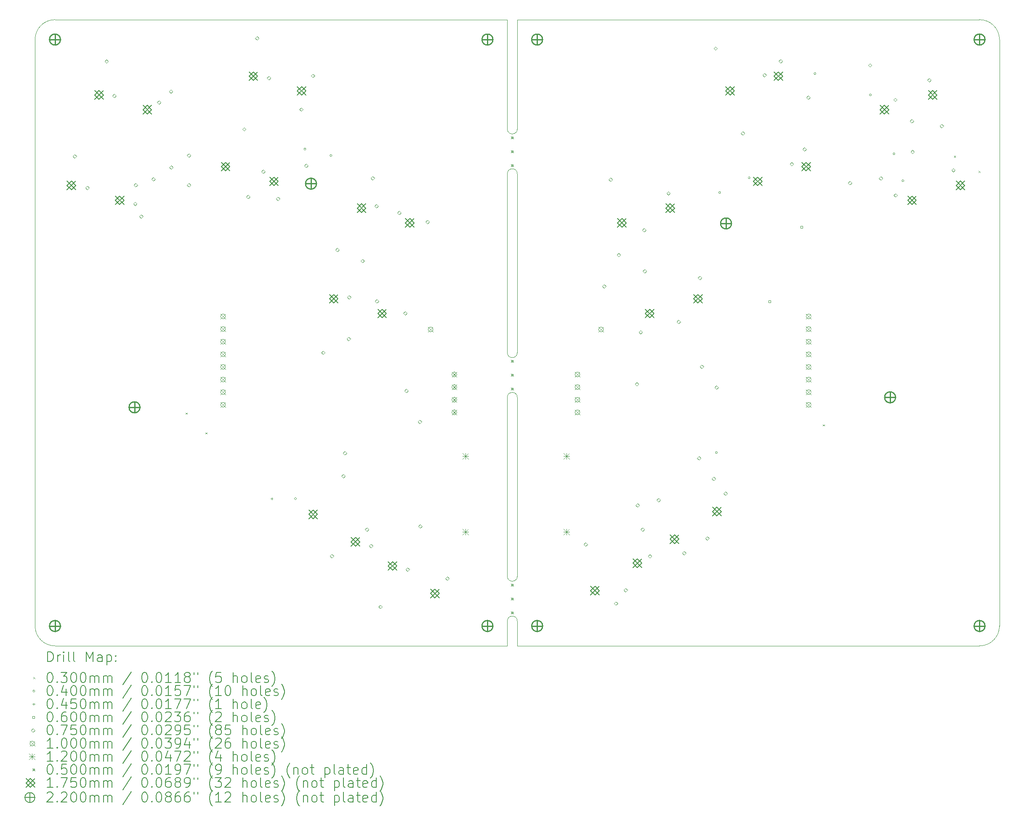
<source format=gbr>
%TF.GenerationSoftware,KiCad,Pcbnew,(6.0.10)*%
%TF.CreationDate,2023-07-09T19:42:05+01:00*%
%TF.ProjectId,magnetonekeys,6d61676e-6574-46f6-9e65-6b6579732e6b,rev?*%
%TF.SameCoordinates,Original*%
%TF.FileFunction,Drillmap*%
%TF.FilePolarity,Positive*%
%FSLAX45Y45*%
G04 Gerber Fmt 4.5, Leading zero omitted, Abs format (unit mm)*
G04 Created by KiCad (PCBNEW (6.0.10)) date 2023-07-09 19:42:05*
%MOMM*%
%LPD*%
G01*
G04 APERTURE LIST*
%ADD10C,0.100000*%
%ADD11C,0.200000*%
%ADD12C,0.030000*%
%ADD13C,0.040000*%
%ADD14C,0.045000*%
%ADD15C,0.060000*%
%ADD16C,0.075000*%
%ADD17C,0.120000*%
%ADD18C,0.050000*%
%ADD19C,0.175000*%
%ADD20C,0.220000*%
G04 APERTURE END LIST*
D10*
X25139375Y-3578687D02*
G75*
G03*
X24739375Y-3178687I-400000J0D01*
G01*
X24739375Y-15778687D02*
G75*
G03*
X25139375Y-15378687I0J400000D01*
G01*
X5739375Y-15378687D02*
G75*
G03*
X6139375Y-15778687I400000J0D01*
G01*
X6139375Y-3178687D02*
G75*
G03*
X5739375Y-3578687I0J-400000D01*
G01*
X15439375Y-15278687D02*
G75*
G03*
X15239375Y-15278687I-100000J0D01*
G01*
X15239375Y-14378687D02*
G75*
G03*
X15439375Y-14378687I100000J0D01*
G01*
X15439375Y-10778688D02*
G75*
G03*
X15239375Y-10778688I-100000J0D01*
G01*
X15239375Y-9878688D02*
G75*
G03*
X15439375Y-9878688I100000J0D01*
G01*
X15439375Y-6278687D02*
G75*
G03*
X15239375Y-6278687I-100000J0D01*
G01*
X15239375Y-5378688D02*
G75*
G03*
X15439375Y-5378688I100000J0D01*
G01*
X15239375Y-10778688D02*
X15239375Y-14378687D01*
X15439375Y-14378687D02*
X15439375Y-10778688D01*
X15439375Y-9878688D02*
X15439375Y-6278687D01*
X15239375Y-6278687D02*
X15239375Y-9878688D01*
X15439375Y-5378688D02*
X15439375Y-3878687D01*
X15239375Y-3878687D02*
X15239375Y-5378688D01*
X15439375Y-3178687D02*
X15439375Y-3878687D01*
X15239375Y-3178687D02*
X15239375Y-3878687D01*
X15239375Y-15278687D02*
X15239375Y-15778687D01*
X15439375Y-15278687D02*
X15439375Y-15778687D01*
X6139375Y-15778687D02*
X15239375Y-15778687D01*
X5739375Y-3578687D02*
X5739375Y-15378687D01*
X15239375Y-3178687D02*
X6139375Y-3178687D01*
X15439375Y-3178687D02*
X24739375Y-3178687D01*
X25139375Y-15378687D02*
X25139375Y-3578687D01*
X15439375Y-15778687D02*
X24739375Y-15778687D01*
D11*
D12*
X8769275Y-11085625D02*
X8799275Y-11115625D01*
X8799275Y-11085625D02*
X8769275Y-11115625D01*
X9169275Y-11485625D02*
X9199275Y-11515625D01*
X9199275Y-11485625D02*
X9169275Y-11515625D01*
X21589206Y-11323819D02*
X21619206Y-11353819D01*
X21619206Y-11323819D02*
X21589206Y-11353819D01*
X24225137Y-5918312D02*
X24255137Y-5948312D01*
X24255137Y-5918312D02*
X24225137Y-5948312D01*
X24719825Y-6222312D02*
X24749825Y-6252312D01*
X24749825Y-6222312D02*
X24719825Y-6252312D01*
D13*
X10996650Y-12816750D02*
G75*
G03*
X10996650Y-12816750I-20000J0D01*
G01*
X11188150Y-5781500D02*
G75*
G03*
X11188150Y-5781500I-20000J0D01*
G01*
X11711025Y-5911125D02*
G75*
G03*
X11711025Y-5911125I-20000J0D01*
G01*
X19467606Y-11888074D02*
G75*
G03*
X19467606Y-11888074I-20000J0D01*
G01*
X19528873Y-6657846D02*
G75*
G03*
X19528873Y-6657846I-20000J0D01*
G01*
X20124186Y-6360190D02*
G75*
G03*
X20124186Y-6360190I-20000J0D01*
G01*
X21446375Y-4263501D02*
G75*
G03*
X21446375Y-4263501I-20000J0D01*
G01*
X22564969Y-4693313D02*
G75*
G03*
X22564969Y-4693313I-20000J0D01*
G01*
X23037375Y-5877501D02*
G75*
G03*
X23037375Y-5877501I-20000J0D01*
G01*
X23216375Y-6418501D02*
G75*
G03*
X23216375Y-6418501I-20000J0D01*
G01*
D14*
X10500400Y-12794250D02*
X10500400Y-12839250D01*
X10477900Y-12816750D02*
X10522900Y-12816750D01*
D15*
X20540383Y-8873191D02*
X20540383Y-8830764D01*
X20497956Y-8830764D01*
X20497956Y-8873191D01*
X20540383Y-8873191D01*
X21180344Y-7370026D02*
X21180344Y-7327599D01*
X21137918Y-7327599D01*
X21137918Y-7370026D01*
X21180344Y-7370026D01*
D16*
X6536025Y-5964812D02*
X6573525Y-5927312D01*
X6536025Y-5889812D01*
X6498525Y-5927312D01*
X6536025Y-5964812D01*
X6789025Y-6599812D02*
X6826525Y-6562312D01*
X6789025Y-6524812D01*
X6751525Y-6562312D01*
X6789025Y-6599812D01*
X7176025Y-4054812D02*
X7213525Y-4017312D01*
X7176025Y-3979812D01*
X7138525Y-4017312D01*
X7176025Y-4054812D01*
X7331589Y-4748249D02*
X7369089Y-4710749D01*
X7331589Y-4673249D01*
X7294089Y-4710749D01*
X7331589Y-4748249D01*
X7751025Y-6919812D02*
X7788525Y-6882312D01*
X7751025Y-6844812D01*
X7713525Y-6882312D01*
X7751025Y-6919812D01*
X7761962Y-6543937D02*
X7799462Y-6506437D01*
X7761962Y-6468937D01*
X7724462Y-6506437D01*
X7761962Y-6543937D01*
X7874087Y-7175187D02*
X7911587Y-7137687D01*
X7874087Y-7100187D01*
X7836587Y-7137687D01*
X7874087Y-7175187D01*
X8119150Y-6424875D02*
X8156650Y-6387375D01*
X8119150Y-6349875D01*
X8081650Y-6387375D01*
X8119150Y-6424875D01*
X8233025Y-4881813D02*
X8270525Y-4844313D01*
X8233025Y-4806813D01*
X8195525Y-4844313D01*
X8233025Y-4881813D01*
X8471025Y-4661813D02*
X8508525Y-4624313D01*
X8471025Y-4586813D01*
X8433525Y-4624313D01*
X8471025Y-4661813D01*
X8477610Y-6188022D02*
X8515110Y-6150522D01*
X8477610Y-6113022D01*
X8440110Y-6150522D01*
X8477610Y-6188022D01*
X8833525Y-5948625D02*
X8871025Y-5911125D01*
X8833525Y-5873625D01*
X8796025Y-5911125D01*
X8833525Y-5948625D01*
X8833525Y-6543937D02*
X8871025Y-6506437D01*
X8833525Y-6468937D01*
X8796025Y-6506437D01*
X8833525Y-6543937D01*
X9945025Y-5419813D02*
X9982525Y-5382313D01*
X9945025Y-5344813D01*
X9907525Y-5382313D01*
X9945025Y-5419813D01*
X10024150Y-6782062D02*
X10061650Y-6744562D01*
X10024150Y-6707062D01*
X9986650Y-6744562D01*
X10024150Y-6782062D01*
X10205025Y-3587812D02*
X10242525Y-3550312D01*
X10205025Y-3512812D01*
X10167525Y-3550312D01*
X10205025Y-3587812D01*
X10328885Y-6273953D02*
X10366385Y-6236453D01*
X10328885Y-6198953D01*
X10291385Y-6236453D01*
X10328885Y-6273953D01*
X10442205Y-4389992D02*
X10479705Y-4352492D01*
X10442205Y-4314992D01*
X10404705Y-4352492D01*
X10442205Y-4389992D01*
X10625025Y-6817812D02*
X10662525Y-6780312D01*
X10625025Y-6742812D01*
X10587525Y-6780312D01*
X10625025Y-6817812D01*
X11095088Y-5022188D02*
X11132588Y-4984688D01*
X11095088Y-4947188D01*
X11057588Y-4984688D01*
X11095088Y-5022188D01*
X11193150Y-6154000D02*
X11230650Y-6116500D01*
X11193150Y-6079000D01*
X11155650Y-6116500D01*
X11193150Y-6154000D01*
X11328337Y-4345063D02*
X11365837Y-4307563D01*
X11328337Y-4270063D01*
X11290837Y-4307563D01*
X11328337Y-4345063D01*
X11534458Y-9915192D02*
X11571958Y-9877692D01*
X11534458Y-9840192D01*
X11496958Y-9877692D01*
X11534458Y-9915192D01*
X11707962Y-14006375D02*
X11745462Y-13968875D01*
X11707962Y-13931375D01*
X11670462Y-13968875D01*
X11707962Y-14006375D01*
X11816354Y-7847359D02*
X11853854Y-7809859D01*
X11816354Y-7772359D01*
X11778854Y-7809859D01*
X11816354Y-7847359D01*
X11939025Y-12397812D02*
X11976525Y-12360312D01*
X11939025Y-12322812D01*
X11901525Y-12360312D01*
X11939025Y-12397812D01*
X11969962Y-11936375D02*
X12007462Y-11898875D01*
X11969962Y-11861375D01*
X11932462Y-11898875D01*
X11969962Y-11936375D01*
X12048212Y-9639563D02*
X12085712Y-9602063D01*
X12048212Y-9564563D01*
X12010712Y-9602063D01*
X12048212Y-9639563D01*
X12055375Y-8799188D02*
X12092875Y-8761688D01*
X12055375Y-8724188D01*
X12017875Y-8761688D01*
X12055375Y-8799188D01*
X12325375Y-8070187D02*
X12362875Y-8032687D01*
X12325375Y-7995187D01*
X12287875Y-8032687D01*
X12325375Y-8070187D01*
X12415025Y-13473812D02*
X12452525Y-13436312D01*
X12415025Y-13398812D01*
X12377525Y-13436312D01*
X12415025Y-13473812D01*
X12496337Y-13804062D02*
X12533837Y-13766562D01*
X12496337Y-13729062D01*
X12458837Y-13766562D01*
X12496337Y-13804062D01*
X12529375Y-6405187D02*
X12566875Y-6367687D01*
X12529375Y-6330187D01*
X12491875Y-6367687D01*
X12529375Y-6405187D01*
X12606025Y-6967812D02*
X12643525Y-6930312D01*
X12606025Y-6892812D01*
X12568525Y-6930312D01*
X12606025Y-6967812D01*
X12614025Y-8880813D02*
X12651525Y-8843313D01*
X12614025Y-8805813D01*
X12576525Y-8843313D01*
X12614025Y-8880813D01*
X12684962Y-15030187D02*
X12722462Y-14992687D01*
X12684962Y-14955187D01*
X12647462Y-14992687D01*
X12684962Y-15030187D01*
X13063025Y-7100812D02*
X13100525Y-7063312D01*
X13063025Y-7025812D01*
X13025525Y-7063312D01*
X13063025Y-7100812D01*
X13184015Y-9122177D02*
X13221515Y-9084677D01*
X13184015Y-9047177D01*
X13146515Y-9084677D01*
X13184015Y-9122177D01*
X13204962Y-10683375D02*
X13242462Y-10645875D01*
X13204962Y-10608375D01*
X13167462Y-10645875D01*
X13204962Y-10683375D01*
X13232337Y-14279062D02*
X13269837Y-14241562D01*
X13232337Y-14204062D01*
X13194837Y-14241562D01*
X13232337Y-14279062D01*
X13476962Y-11306437D02*
X13514462Y-11268937D01*
X13476962Y-11231437D01*
X13439462Y-11268937D01*
X13476962Y-11306437D01*
X13485025Y-13410812D02*
X13522525Y-13373312D01*
X13485025Y-13335812D01*
X13447525Y-13373312D01*
X13485025Y-13410812D01*
X13633912Y-7284238D02*
X13671412Y-7246738D01*
X13633912Y-7209238D01*
X13596412Y-7246738D01*
X13633912Y-7284238D01*
X14030025Y-14458812D02*
X14067525Y-14421312D01*
X14030025Y-14383812D01*
X13992525Y-14421312D01*
X14030025Y-14458812D01*
X16812375Y-13773187D02*
X16849875Y-13735687D01*
X16812375Y-13698187D01*
X16774875Y-13735687D01*
X16812375Y-13773187D01*
X17186400Y-8580575D02*
X17223900Y-8543075D01*
X17186400Y-8505575D01*
X17148900Y-8543075D01*
X17186400Y-8580575D01*
X17316825Y-6433812D02*
X17354325Y-6396312D01*
X17316825Y-6358812D01*
X17279325Y-6396312D01*
X17316825Y-6433812D01*
X17423542Y-14961670D02*
X17461042Y-14924170D01*
X17423542Y-14886670D01*
X17386042Y-14924170D01*
X17423542Y-14961670D01*
X17480287Y-7950627D02*
X17517787Y-7913127D01*
X17480287Y-7875627D01*
X17442787Y-7913127D01*
X17480287Y-7950627D01*
X17616269Y-14693294D02*
X17653769Y-14655794D01*
X17616269Y-14618294D01*
X17578769Y-14655794D01*
X17616269Y-14693294D01*
X17844263Y-10548125D02*
X17881763Y-10510625D01*
X17844263Y-10473125D01*
X17806763Y-10510625D01*
X17844263Y-10548125D01*
X17858273Y-12987927D02*
X17895773Y-12950427D01*
X17858273Y-12912927D01*
X17820773Y-12950427D01*
X17858273Y-12987927D01*
X17919928Y-9504926D02*
X17957428Y-9467426D01*
X17919928Y-9429926D01*
X17882428Y-9467426D01*
X17919928Y-9504926D01*
X17959324Y-13473388D02*
X17996824Y-13435888D01*
X17959324Y-13398388D01*
X17921824Y-13435888D01*
X17959324Y-13473388D01*
X17990825Y-7448812D02*
X18028325Y-7411312D01*
X17990825Y-7373812D01*
X17953325Y-7411312D01*
X17990825Y-7448812D01*
X18004138Y-8277062D02*
X18041638Y-8239562D01*
X18004138Y-8202062D01*
X17966638Y-8239562D01*
X18004138Y-8277062D01*
X18105825Y-14010812D02*
X18143325Y-13973312D01*
X18105825Y-13935812D01*
X18068325Y-13973312D01*
X18105825Y-14010812D01*
X18282825Y-12881812D02*
X18320325Y-12844312D01*
X18282825Y-12806812D01*
X18245325Y-12844312D01*
X18282825Y-12881812D01*
X18478825Y-6709812D02*
X18516325Y-6672312D01*
X18478825Y-6634812D01*
X18441325Y-6672312D01*
X18478825Y-6709812D01*
X18683825Y-9293813D02*
X18721325Y-9256313D01*
X18683825Y-9218813D01*
X18646325Y-9256313D01*
X18683825Y-9293813D01*
X18792762Y-13949638D02*
X18830262Y-13912138D01*
X18792762Y-13874638D01*
X18755262Y-13912138D01*
X18792762Y-13949638D01*
X19095138Y-12039062D02*
X19132638Y-12001562D01*
X19095138Y-11964062D01*
X19057638Y-12001562D01*
X19095138Y-12039062D01*
X19110825Y-8411813D02*
X19148325Y-8374312D01*
X19110825Y-8336812D01*
X19073325Y-8374312D01*
X19110825Y-8411813D01*
X19149950Y-10199166D02*
X19187450Y-10161666D01*
X19149950Y-10124166D01*
X19112450Y-10161666D01*
X19149950Y-10199166D01*
X19259825Y-13652812D02*
X19297325Y-13615312D01*
X19259825Y-13577812D01*
X19222325Y-13615312D01*
X19259825Y-13652812D01*
X19392075Y-12453125D02*
X19429575Y-12415625D01*
X19392075Y-12378125D01*
X19354575Y-12415625D01*
X19392075Y-12453125D01*
X19426825Y-3793812D02*
X19464325Y-3756312D01*
X19426825Y-3718812D01*
X19389325Y-3756312D01*
X19426825Y-3793812D01*
X19447606Y-10615886D02*
X19485106Y-10578386D01*
X19447606Y-10540886D01*
X19410106Y-10578386D01*
X19447606Y-10615886D01*
X19629138Y-12750062D02*
X19666638Y-12712562D01*
X19629138Y-12675062D01*
X19591638Y-12712562D01*
X19629138Y-12750062D01*
X19975825Y-5502813D02*
X20013325Y-5465313D01*
X19975825Y-5427813D01*
X19938325Y-5465313D01*
X19975825Y-5502813D01*
X20411047Y-4328972D02*
X20448547Y-4291472D01*
X20411047Y-4253972D01*
X20373547Y-4291472D01*
X20411047Y-4328972D01*
X20737825Y-4050812D02*
X20775325Y-4013312D01*
X20737825Y-3975812D01*
X20700325Y-4013312D01*
X20737825Y-4050812D01*
X20959138Y-6119062D02*
X20996638Y-6081562D01*
X20959138Y-6044062D01*
X20921638Y-6081562D01*
X20959138Y-6119062D01*
X21216825Y-5824812D02*
X21254325Y-5787312D01*
X21216825Y-5749812D01*
X21179325Y-5787312D01*
X21216825Y-5824812D01*
X21291624Y-4783270D02*
X21329124Y-4745770D01*
X21291624Y-4708270D01*
X21254124Y-4745770D01*
X21291624Y-4783270D01*
X22130513Y-6500000D02*
X22168013Y-6462500D01*
X22130513Y-6425000D01*
X22093013Y-6462500D01*
X22130513Y-6500000D01*
X22534279Y-4133358D02*
X22571779Y-4095858D01*
X22534279Y-4058358D01*
X22496779Y-4095858D01*
X22534279Y-4133358D01*
X22753063Y-6408176D02*
X22790563Y-6370676D01*
X22753063Y-6333176D01*
X22715563Y-6370676D01*
X22753063Y-6408176D01*
X23041855Y-4826842D02*
X23079355Y-4789342D01*
X23041855Y-4751842D01*
X23004355Y-4789342D01*
X23041855Y-4826842D01*
X23049512Y-6749437D02*
X23087012Y-6711937D01*
X23049512Y-6674437D01*
X23012012Y-6711937D01*
X23049512Y-6749437D01*
X23376672Y-5258069D02*
X23414172Y-5220569D01*
X23376672Y-5183069D01*
X23339172Y-5220569D01*
X23376672Y-5258069D01*
X23390137Y-5876062D02*
X23427637Y-5838562D01*
X23390137Y-5801062D01*
X23352637Y-5838562D01*
X23390137Y-5876062D01*
X23727137Y-4431063D02*
X23764637Y-4393563D01*
X23727137Y-4356063D01*
X23689637Y-4393563D01*
X23727137Y-4431063D01*
X23975825Y-5355813D02*
X24013325Y-5318313D01*
X23975825Y-5280813D01*
X23938325Y-5318313D01*
X23975825Y-5355813D01*
X24211137Y-6242062D02*
X24248637Y-6204562D01*
X24211137Y-6167062D01*
X24173637Y-6204562D01*
X24211137Y-6242062D01*
D10*
X9471717Y-9099626D02*
X9571717Y-9199626D01*
X9571717Y-9099626D02*
X9471717Y-9199626D01*
X9571717Y-9149626D02*
G75*
G03*
X9571717Y-9149626I-50000J0D01*
G01*
X9471717Y-9353626D02*
X9571717Y-9453626D01*
X9571717Y-9353626D02*
X9471717Y-9453626D01*
X9571717Y-9403626D02*
G75*
G03*
X9571717Y-9403626I-50000J0D01*
G01*
X9471717Y-9607626D02*
X9571717Y-9707626D01*
X9571717Y-9607626D02*
X9471717Y-9707626D01*
X9571717Y-9657626D02*
G75*
G03*
X9571717Y-9657626I-50000J0D01*
G01*
X9471717Y-9861626D02*
X9571717Y-9961626D01*
X9571717Y-9861626D02*
X9471717Y-9961626D01*
X9571717Y-9911626D02*
G75*
G03*
X9571717Y-9911626I-50000J0D01*
G01*
X9471717Y-10115626D02*
X9571717Y-10215626D01*
X9571717Y-10115626D02*
X9471717Y-10215626D01*
X9571717Y-10165626D02*
G75*
G03*
X9571717Y-10165626I-50000J0D01*
G01*
X9471717Y-10369626D02*
X9571717Y-10469626D01*
X9571717Y-10369626D02*
X9471717Y-10469626D01*
X9571717Y-10419626D02*
G75*
G03*
X9571717Y-10419626I-50000J0D01*
G01*
X9471717Y-10623626D02*
X9571717Y-10723626D01*
X9571717Y-10623626D02*
X9471717Y-10723626D01*
X9571717Y-10673626D02*
G75*
G03*
X9571717Y-10673626I-50000J0D01*
G01*
X9471717Y-10877626D02*
X9571717Y-10977626D01*
X9571717Y-10877626D02*
X9471717Y-10977626D01*
X9571717Y-10927626D02*
G75*
G03*
X9571717Y-10927626I-50000J0D01*
G01*
X13646831Y-9361572D02*
X13746831Y-9461572D01*
X13746831Y-9361572D02*
X13646831Y-9461572D01*
X13746831Y-9411572D02*
G75*
G03*
X13746831Y-9411572I-50000J0D01*
G01*
X14123082Y-10267448D02*
X14223082Y-10367448D01*
X14223082Y-10267448D02*
X14123082Y-10367448D01*
X14223082Y-10317448D02*
G75*
G03*
X14223082Y-10317448I-50000J0D01*
G01*
X14123082Y-10521448D02*
X14223082Y-10621448D01*
X14223082Y-10521448D02*
X14123082Y-10621448D01*
X14223082Y-10571448D02*
G75*
G03*
X14223082Y-10571448I-50000J0D01*
G01*
X14123082Y-10775448D02*
X14223082Y-10875448D01*
X14223082Y-10775448D02*
X14123082Y-10875448D01*
X14223082Y-10825448D02*
G75*
G03*
X14223082Y-10825448I-50000J0D01*
G01*
X14123082Y-11029448D02*
X14223082Y-11129448D01*
X14223082Y-11029448D02*
X14123082Y-11129448D01*
X14223082Y-11079448D02*
G75*
G03*
X14223082Y-11079448I-50000J0D01*
G01*
X16599635Y-10267448D02*
X16699635Y-10367448D01*
X16699635Y-10267448D02*
X16599635Y-10367448D01*
X16699635Y-10317448D02*
G75*
G03*
X16699635Y-10317448I-50000J0D01*
G01*
X16599635Y-10521448D02*
X16699635Y-10621448D01*
X16699635Y-10521448D02*
X16599635Y-10621448D01*
X16699635Y-10571448D02*
G75*
G03*
X16699635Y-10571448I-50000J0D01*
G01*
X16599635Y-10775448D02*
X16699635Y-10875448D01*
X16699635Y-10775448D02*
X16599635Y-10875448D01*
X16699635Y-10825448D02*
G75*
G03*
X16699635Y-10825448I-50000J0D01*
G01*
X16599635Y-11029448D02*
X16699635Y-11129448D01*
X16699635Y-11029448D02*
X16599635Y-11129448D01*
X16699635Y-11079448D02*
G75*
G03*
X16699635Y-11079448I-50000J0D01*
G01*
X17075885Y-9361572D02*
X17175885Y-9461572D01*
X17175885Y-9361572D02*
X17075885Y-9461572D01*
X17175885Y-9411572D02*
G75*
G03*
X17175885Y-9411572I-50000J0D01*
G01*
X21251000Y-9099626D02*
X21351000Y-9199626D01*
X21351000Y-9099626D02*
X21251000Y-9199626D01*
X21351000Y-9149626D02*
G75*
G03*
X21351000Y-9149626I-50000J0D01*
G01*
X21251000Y-9353626D02*
X21351000Y-9453626D01*
X21351000Y-9353626D02*
X21251000Y-9453626D01*
X21351000Y-9403626D02*
G75*
G03*
X21351000Y-9403626I-50000J0D01*
G01*
X21251000Y-9607626D02*
X21351000Y-9707626D01*
X21351000Y-9607626D02*
X21251000Y-9707626D01*
X21351000Y-9657626D02*
G75*
G03*
X21351000Y-9657626I-50000J0D01*
G01*
X21251000Y-9861626D02*
X21351000Y-9961626D01*
X21351000Y-9861626D02*
X21251000Y-9961626D01*
X21351000Y-9911626D02*
G75*
G03*
X21351000Y-9911626I-50000J0D01*
G01*
X21251000Y-10115626D02*
X21351000Y-10215626D01*
X21351000Y-10115626D02*
X21251000Y-10215626D01*
X21351000Y-10165626D02*
G75*
G03*
X21351000Y-10165626I-50000J0D01*
G01*
X21251000Y-10369626D02*
X21351000Y-10469626D01*
X21351000Y-10369626D02*
X21251000Y-10469626D01*
X21351000Y-10419626D02*
G75*
G03*
X21351000Y-10419626I-50000J0D01*
G01*
X21251000Y-10623626D02*
X21351000Y-10723626D01*
X21351000Y-10623626D02*
X21251000Y-10723626D01*
X21351000Y-10673626D02*
G75*
G03*
X21351000Y-10673626I-50000J0D01*
G01*
X21251000Y-10877626D02*
X21351000Y-10977626D01*
X21351000Y-10877626D02*
X21251000Y-10977626D01*
X21351000Y-10927626D02*
G75*
G03*
X21351000Y-10927626I-50000J0D01*
G01*
D17*
X14335375Y-11899501D02*
X14455375Y-12019501D01*
X14455375Y-11899501D02*
X14335375Y-12019501D01*
X14395375Y-11899501D02*
X14395375Y-12019501D01*
X14335375Y-11959501D02*
X14455375Y-11959501D01*
X14335375Y-13423501D02*
X14455375Y-13543501D01*
X14455375Y-13423501D02*
X14335375Y-13543501D01*
X14395375Y-13423501D02*
X14395375Y-13543501D01*
X14335375Y-13483501D02*
X14455375Y-13483501D01*
X16367375Y-11899501D02*
X16487375Y-12019501D01*
X16487375Y-11899501D02*
X16367375Y-12019501D01*
X16427375Y-11899501D02*
X16427375Y-12019501D01*
X16367375Y-11959501D02*
X16487375Y-11959501D01*
X16367375Y-13423501D02*
X16487375Y-13543501D01*
X16487375Y-13423501D02*
X16367375Y-13543501D01*
X16427375Y-13423501D02*
X16427375Y-13543501D01*
X16367375Y-13483501D02*
X16487375Y-13483501D01*
D18*
X15314375Y-5524688D02*
X15364375Y-5574688D01*
X15364375Y-5524688D02*
X15314375Y-5574688D01*
X15357053Y-5567365D02*
X15357053Y-5532010D01*
X15321697Y-5532010D01*
X15321697Y-5567365D01*
X15357053Y-5567365D01*
X15314375Y-5803687D02*
X15364375Y-5853687D01*
X15364375Y-5803687D02*
X15314375Y-5853687D01*
X15357053Y-5846365D02*
X15357053Y-5811010D01*
X15321697Y-5811010D01*
X15321697Y-5846365D01*
X15357053Y-5846365D01*
X15314375Y-6082687D02*
X15364375Y-6132687D01*
X15364375Y-6082687D02*
X15314375Y-6132687D01*
X15357053Y-6125365D02*
X15357053Y-6090010D01*
X15321697Y-6090010D01*
X15321697Y-6125365D01*
X15357053Y-6125365D01*
X15314375Y-10024688D02*
X15364375Y-10074688D01*
X15364375Y-10024688D02*
X15314375Y-10074688D01*
X15357053Y-10067365D02*
X15357053Y-10032010D01*
X15321697Y-10032010D01*
X15321697Y-10067365D01*
X15357053Y-10067365D01*
X15314375Y-10303688D02*
X15364375Y-10353688D01*
X15364375Y-10303688D02*
X15314375Y-10353688D01*
X15357053Y-10346365D02*
X15357053Y-10311010D01*
X15321697Y-10311010D01*
X15321697Y-10346365D01*
X15357053Y-10346365D01*
X15314375Y-10582688D02*
X15364375Y-10632688D01*
X15364375Y-10582688D02*
X15314375Y-10632688D01*
X15357053Y-10625365D02*
X15357053Y-10590010D01*
X15321697Y-10590010D01*
X15321697Y-10625365D01*
X15357053Y-10625365D01*
X15314375Y-14524687D02*
X15364375Y-14574687D01*
X15364375Y-14524687D02*
X15314375Y-14574687D01*
X15357053Y-14567365D02*
X15357053Y-14532010D01*
X15321697Y-14532010D01*
X15321697Y-14567365D01*
X15357053Y-14567365D01*
X15314375Y-14803687D02*
X15364375Y-14853687D01*
X15364375Y-14803687D02*
X15314375Y-14853687D01*
X15357053Y-14846365D02*
X15357053Y-14811010D01*
X15321697Y-14811010D01*
X15321697Y-14846365D01*
X15357053Y-14846365D01*
X15314375Y-15082687D02*
X15364375Y-15132687D01*
X15364375Y-15082687D02*
X15314375Y-15132687D01*
X15357053Y-15125365D02*
X15357053Y-15090010D01*
X15321697Y-15090010D01*
X15321697Y-15125365D01*
X15357053Y-15125365D01*
D19*
X6381698Y-6427905D02*
X6556698Y-6602905D01*
X6556698Y-6427905D02*
X6381698Y-6602905D01*
X6469198Y-6602905D02*
X6556698Y-6515405D01*
X6469198Y-6427905D01*
X6381698Y-6515405D01*
X6469198Y-6602905D01*
X6938666Y-4606145D02*
X7113666Y-4781145D01*
X7113666Y-4606145D02*
X6938666Y-4781145D01*
X7026166Y-4781145D02*
X7113666Y-4693645D01*
X7026166Y-4606145D01*
X6938666Y-4693645D01*
X7026166Y-4781145D01*
X7353304Y-6724955D02*
X7528304Y-6899955D01*
X7528304Y-6724955D02*
X7353304Y-6899955D01*
X7440804Y-6899955D02*
X7528304Y-6812455D01*
X7440804Y-6724955D01*
X7353304Y-6812455D01*
X7440804Y-6899955D01*
X7910272Y-4903194D02*
X8085272Y-5078194D01*
X8085272Y-4903194D02*
X7910272Y-5078194D01*
X7997772Y-5078194D02*
X8085272Y-4990694D01*
X7997772Y-4903194D01*
X7910272Y-4990694D01*
X7997772Y-5078194D01*
X9485651Y-6048850D02*
X9660651Y-6223850D01*
X9660651Y-6048850D02*
X9485651Y-6223850D01*
X9573151Y-6223850D02*
X9660651Y-6136350D01*
X9573151Y-6048850D01*
X9485651Y-6136350D01*
X9573151Y-6223850D01*
X10042619Y-4227090D02*
X10217619Y-4402090D01*
X10217619Y-4227090D02*
X10042619Y-4402090D01*
X10130119Y-4402090D02*
X10217619Y-4314590D01*
X10130119Y-4227090D01*
X10042619Y-4314590D01*
X10130119Y-4402090D01*
X10457257Y-6345900D02*
X10632257Y-6520900D01*
X10632257Y-6345900D02*
X10457257Y-6520900D01*
X10544757Y-6520900D02*
X10632257Y-6433400D01*
X10544757Y-6345900D01*
X10457257Y-6433400D01*
X10544757Y-6520900D01*
X11014225Y-4524139D02*
X11189225Y-4699139D01*
X11189225Y-4524139D02*
X11014225Y-4699139D01*
X11101725Y-4699139D02*
X11189225Y-4611639D01*
X11101725Y-4524139D01*
X11014225Y-4611639D01*
X11101725Y-4699139D01*
X11245389Y-13044868D02*
X11420389Y-13219868D01*
X11420389Y-13044868D02*
X11245389Y-13219868D01*
X11332889Y-13219868D02*
X11420389Y-13132368D01*
X11332889Y-13044868D01*
X11245389Y-13132368D01*
X11332889Y-13219868D01*
X11661324Y-8706063D02*
X11836324Y-8881063D01*
X11836324Y-8706063D02*
X11661324Y-8881063D01*
X11748824Y-8881063D02*
X11836324Y-8793563D01*
X11748824Y-8706063D01*
X11661324Y-8793563D01*
X11748824Y-8881063D01*
X12097478Y-13598221D02*
X12272478Y-13773221D01*
X12272478Y-13598221D02*
X12097478Y-13773221D01*
X12184978Y-13773221D02*
X12272478Y-13685721D01*
X12184978Y-13598221D01*
X12097478Y-13685721D01*
X12184978Y-13773221D01*
X12218292Y-6884302D02*
X12393292Y-7059302D01*
X12393292Y-6884302D02*
X12218292Y-7059302D01*
X12305792Y-7059302D02*
X12393292Y-6971802D01*
X12305792Y-6884302D01*
X12218292Y-6971802D01*
X12305792Y-7059302D01*
X12632930Y-9003113D02*
X12807930Y-9178113D01*
X12807930Y-9003113D02*
X12632930Y-9178113D01*
X12720430Y-9178113D02*
X12807930Y-9090613D01*
X12720430Y-9003113D01*
X12632930Y-9090613D01*
X12720430Y-9178113D01*
X12843056Y-14082405D02*
X13018056Y-14257405D01*
X13018056Y-14082405D02*
X12843056Y-14257405D01*
X12930556Y-14257405D02*
X13018056Y-14169905D01*
X12930556Y-14082405D01*
X12843056Y-14169905D01*
X12930556Y-14257405D01*
X13189898Y-7181352D02*
X13364898Y-7356352D01*
X13364898Y-7181352D02*
X13189898Y-7356352D01*
X13277398Y-7356352D02*
X13364898Y-7268852D01*
X13277398Y-7181352D01*
X13189898Y-7268852D01*
X13277398Y-7356352D01*
X13695145Y-14635759D02*
X13870145Y-14810759D01*
X13870145Y-14635759D02*
X13695145Y-14810759D01*
X13782645Y-14810759D02*
X13870145Y-14723259D01*
X13782645Y-14635759D01*
X13695145Y-14723259D01*
X13782645Y-14810759D01*
X16916761Y-14580616D02*
X17091761Y-14755616D01*
X17091761Y-14580616D02*
X16916761Y-14755616D01*
X17004261Y-14755616D02*
X17091761Y-14668116D01*
X17004261Y-14580616D01*
X16916761Y-14668116D01*
X17004261Y-14755616D01*
X17457819Y-7181352D02*
X17632819Y-7356352D01*
X17632819Y-7181352D02*
X17457819Y-7356352D01*
X17545319Y-7356352D02*
X17632819Y-7268852D01*
X17545319Y-7181352D01*
X17457819Y-7268852D01*
X17545319Y-7356352D01*
X17768850Y-14027263D02*
X17943850Y-14202263D01*
X17943850Y-14027263D02*
X17768850Y-14202263D01*
X17856350Y-14202263D02*
X17943850Y-14114763D01*
X17856350Y-14027263D01*
X17768850Y-14114763D01*
X17856350Y-14202263D01*
X18014787Y-9003113D02*
X18189787Y-9178113D01*
X18189787Y-9003113D02*
X18014787Y-9178113D01*
X18102287Y-9178113D02*
X18189787Y-9090613D01*
X18102287Y-9003113D01*
X18014787Y-9090613D01*
X18102287Y-9178113D01*
X18429425Y-6884302D02*
X18604425Y-7059302D01*
X18604425Y-6884302D02*
X18429425Y-7059302D01*
X18516925Y-7059302D02*
X18604425Y-6971802D01*
X18516925Y-6884302D01*
X18429425Y-6971802D01*
X18516925Y-7059302D01*
X18514429Y-13543079D02*
X18689429Y-13718079D01*
X18689429Y-13543079D02*
X18514429Y-13718079D01*
X18601929Y-13718079D02*
X18689429Y-13630579D01*
X18601929Y-13543079D01*
X18514429Y-13630579D01*
X18601929Y-13718079D01*
X18986392Y-8706063D02*
X19161392Y-8881063D01*
X19161392Y-8706063D02*
X18986392Y-8881063D01*
X19073892Y-8881063D02*
X19161392Y-8793563D01*
X19073892Y-8706063D01*
X18986392Y-8793563D01*
X19073892Y-8881063D01*
X19366518Y-12989726D02*
X19541518Y-13164726D01*
X19541518Y-12989726D02*
X19366518Y-13164726D01*
X19454018Y-13164726D02*
X19541518Y-13077226D01*
X19454018Y-12989726D01*
X19366518Y-13077226D01*
X19454018Y-13164726D01*
X19633492Y-4524139D02*
X19808492Y-4699139D01*
X19808492Y-4524139D02*
X19633492Y-4699139D01*
X19720992Y-4699139D02*
X19808492Y-4611639D01*
X19720992Y-4524139D01*
X19633492Y-4611639D01*
X19720992Y-4699139D01*
X20190460Y-6345900D02*
X20365460Y-6520900D01*
X20365460Y-6345900D02*
X20190460Y-6520900D01*
X20277960Y-6520900D02*
X20365460Y-6433400D01*
X20277960Y-6345900D01*
X20190460Y-6433400D01*
X20277960Y-6520900D01*
X20605097Y-4227090D02*
X20780097Y-4402090D01*
X20780097Y-4227090D02*
X20605097Y-4402090D01*
X20692597Y-4402090D02*
X20780097Y-4314590D01*
X20692597Y-4227090D01*
X20605097Y-4314590D01*
X20692597Y-4402090D01*
X21162065Y-6048850D02*
X21337065Y-6223850D01*
X21337065Y-6048850D02*
X21162065Y-6223850D01*
X21249565Y-6223850D02*
X21337065Y-6136350D01*
X21249565Y-6048850D01*
X21162065Y-6136350D01*
X21249565Y-6223850D01*
X22737444Y-4903194D02*
X22912444Y-5078194D01*
X22912444Y-4903194D02*
X22737444Y-5078194D01*
X22824944Y-5078194D02*
X22912444Y-4990694D01*
X22824944Y-4903194D01*
X22737444Y-4990694D01*
X22824944Y-5078194D01*
X23294413Y-6724955D02*
X23469413Y-6899955D01*
X23469413Y-6724955D02*
X23294413Y-6899955D01*
X23381913Y-6899955D02*
X23469413Y-6812455D01*
X23381913Y-6724955D01*
X23294413Y-6812455D01*
X23381913Y-6899955D01*
X23709050Y-4606145D02*
X23884050Y-4781145D01*
X23884050Y-4606145D02*
X23709050Y-4781145D01*
X23796550Y-4781145D02*
X23884050Y-4693645D01*
X23796550Y-4606145D01*
X23709050Y-4693645D01*
X23796550Y-4781145D01*
X24266018Y-6427905D02*
X24441018Y-6602905D01*
X24441018Y-6427905D02*
X24266018Y-6602905D01*
X24353518Y-6602905D02*
X24441018Y-6515405D01*
X24353518Y-6427905D01*
X24266018Y-6515405D01*
X24353518Y-6602905D01*
D20*
X6139375Y-3468687D02*
X6139375Y-3688687D01*
X6029375Y-3578687D02*
X6249375Y-3578687D01*
X6249375Y-3578687D02*
G75*
G03*
X6249375Y-3578687I-110000J0D01*
G01*
X6139375Y-15268687D02*
X6139375Y-15488687D01*
X6029375Y-15378687D02*
X6249375Y-15378687D01*
X6249375Y-15378687D02*
G75*
G03*
X6249375Y-15378687I-110000J0D01*
G01*
X7739375Y-10868688D02*
X7739375Y-11088688D01*
X7629375Y-10978688D02*
X7849375Y-10978688D01*
X7849375Y-10978688D02*
G75*
G03*
X7849375Y-10978688I-110000J0D01*
G01*
X11289375Y-6368687D02*
X11289375Y-6588687D01*
X11179375Y-6478687D02*
X11399375Y-6478687D01*
X11399375Y-6478687D02*
G75*
G03*
X11399375Y-6478687I-110000J0D01*
G01*
X14839375Y-3468687D02*
X14839375Y-3688687D01*
X14729375Y-3578687D02*
X14949375Y-3578687D01*
X14949375Y-3578687D02*
G75*
G03*
X14949375Y-3578687I-110000J0D01*
G01*
X14839375Y-15268687D02*
X14839375Y-15488687D01*
X14729375Y-15378687D02*
X14949375Y-15378687D01*
X14949375Y-15378687D02*
G75*
G03*
X14949375Y-15378687I-110000J0D01*
G01*
X15839375Y-3468687D02*
X15839375Y-3688687D01*
X15729375Y-3578687D02*
X15949375Y-3578687D01*
X15949375Y-3578687D02*
G75*
G03*
X15949375Y-3578687I-110000J0D01*
G01*
X15839375Y-15268687D02*
X15839375Y-15488687D01*
X15729375Y-15378687D02*
X15949375Y-15378687D01*
X15949375Y-15378687D02*
G75*
G03*
X15949375Y-15378687I-110000J0D01*
G01*
X19639375Y-7168687D02*
X19639375Y-7388687D01*
X19529375Y-7278687D02*
X19749375Y-7278687D01*
X19749375Y-7278687D02*
G75*
G03*
X19749375Y-7278687I-110000J0D01*
G01*
X22939375Y-10668688D02*
X22939375Y-10888688D01*
X22829375Y-10778688D02*
X23049375Y-10778688D01*
X23049375Y-10778688D02*
G75*
G03*
X23049375Y-10778688I-110000J0D01*
G01*
X24739375Y-3468687D02*
X24739375Y-3688687D01*
X24629375Y-3578687D02*
X24849375Y-3578687D01*
X24849375Y-3578687D02*
G75*
G03*
X24849375Y-3578687I-110000J0D01*
G01*
X24739375Y-15268687D02*
X24739375Y-15488687D01*
X24629375Y-15378687D02*
X24849375Y-15378687D01*
X24849375Y-15378687D02*
G75*
G03*
X24849375Y-15378687I-110000J0D01*
G01*
D11*
X5991994Y-16094164D02*
X5991994Y-15894164D01*
X6039613Y-15894164D01*
X6068184Y-15903687D01*
X6087232Y-15922735D01*
X6096756Y-15941783D01*
X6106280Y-15979878D01*
X6106280Y-16008449D01*
X6096756Y-16046545D01*
X6087232Y-16065592D01*
X6068184Y-16084640D01*
X6039613Y-16094164D01*
X5991994Y-16094164D01*
X6191994Y-16094164D02*
X6191994Y-15960830D01*
X6191994Y-15998925D02*
X6201518Y-15979878D01*
X6211042Y-15970354D01*
X6230089Y-15960830D01*
X6249137Y-15960830D01*
X6315803Y-16094164D02*
X6315803Y-15960830D01*
X6315803Y-15894164D02*
X6306280Y-15903687D01*
X6315803Y-15913211D01*
X6325327Y-15903687D01*
X6315803Y-15894164D01*
X6315803Y-15913211D01*
X6439613Y-16094164D02*
X6420565Y-16084640D01*
X6411042Y-16065592D01*
X6411042Y-15894164D01*
X6544375Y-16094164D02*
X6525327Y-16084640D01*
X6515803Y-16065592D01*
X6515803Y-15894164D01*
X6772946Y-16094164D02*
X6772946Y-15894164D01*
X6839613Y-16037021D01*
X6906280Y-15894164D01*
X6906280Y-16094164D01*
X7087232Y-16094164D02*
X7087232Y-15989402D01*
X7077708Y-15970354D01*
X7058661Y-15960830D01*
X7020565Y-15960830D01*
X7001518Y-15970354D01*
X7087232Y-16084640D02*
X7068184Y-16094164D01*
X7020565Y-16094164D01*
X7001518Y-16084640D01*
X6991994Y-16065592D01*
X6991994Y-16046545D01*
X7001518Y-16027497D01*
X7020565Y-16017973D01*
X7068184Y-16017973D01*
X7087232Y-16008449D01*
X7182470Y-15960830D02*
X7182470Y-16160830D01*
X7182470Y-15970354D02*
X7201518Y-15960830D01*
X7239613Y-15960830D01*
X7258661Y-15970354D01*
X7268184Y-15979878D01*
X7277708Y-15998925D01*
X7277708Y-16056068D01*
X7268184Y-16075116D01*
X7258661Y-16084640D01*
X7239613Y-16094164D01*
X7201518Y-16094164D01*
X7182470Y-16084640D01*
X7363423Y-16075116D02*
X7372946Y-16084640D01*
X7363423Y-16094164D01*
X7353899Y-16084640D01*
X7363423Y-16075116D01*
X7363423Y-16094164D01*
X7363423Y-15970354D02*
X7372946Y-15979878D01*
X7363423Y-15989402D01*
X7353899Y-15979878D01*
X7363423Y-15970354D01*
X7363423Y-15989402D01*
D12*
X5704375Y-16408687D02*
X5734375Y-16438687D01*
X5734375Y-16408687D02*
X5704375Y-16438687D01*
D11*
X6030089Y-16314164D02*
X6049137Y-16314164D01*
X6068184Y-16323687D01*
X6077708Y-16333211D01*
X6087232Y-16352259D01*
X6096756Y-16390354D01*
X6096756Y-16437973D01*
X6087232Y-16476068D01*
X6077708Y-16495116D01*
X6068184Y-16504640D01*
X6049137Y-16514164D01*
X6030089Y-16514164D01*
X6011042Y-16504640D01*
X6001518Y-16495116D01*
X5991994Y-16476068D01*
X5982470Y-16437973D01*
X5982470Y-16390354D01*
X5991994Y-16352259D01*
X6001518Y-16333211D01*
X6011042Y-16323687D01*
X6030089Y-16314164D01*
X6182470Y-16495116D02*
X6191994Y-16504640D01*
X6182470Y-16514164D01*
X6172946Y-16504640D01*
X6182470Y-16495116D01*
X6182470Y-16514164D01*
X6258661Y-16314164D02*
X6382470Y-16314164D01*
X6315803Y-16390354D01*
X6344375Y-16390354D01*
X6363423Y-16399878D01*
X6372946Y-16409402D01*
X6382470Y-16428449D01*
X6382470Y-16476068D01*
X6372946Y-16495116D01*
X6363423Y-16504640D01*
X6344375Y-16514164D01*
X6287232Y-16514164D01*
X6268184Y-16504640D01*
X6258661Y-16495116D01*
X6506280Y-16314164D02*
X6525327Y-16314164D01*
X6544375Y-16323687D01*
X6553899Y-16333211D01*
X6563423Y-16352259D01*
X6572946Y-16390354D01*
X6572946Y-16437973D01*
X6563423Y-16476068D01*
X6553899Y-16495116D01*
X6544375Y-16504640D01*
X6525327Y-16514164D01*
X6506280Y-16514164D01*
X6487232Y-16504640D01*
X6477708Y-16495116D01*
X6468184Y-16476068D01*
X6458661Y-16437973D01*
X6458661Y-16390354D01*
X6468184Y-16352259D01*
X6477708Y-16333211D01*
X6487232Y-16323687D01*
X6506280Y-16314164D01*
X6696756Y-16314164D02*
X6715803Y-16314164D01*
X6734851Y-16323687D01*
X6744375Y-16333211D01*
X6753899Y-16352259D01*
X6763423Y-16390354D01*
X6763423Y-16437973D01*
X6753899Y-16476068D01*
X6744375Y-16495116D01*
X6734851Y-16504640D01*
X6715803Y-16514164D01*
X6696756Y-16514164D01*
X6677708Y-16504640D01*
X6668184Y-16495116D01*
X6658661Y-16476068D01*
X6649137Y-16437973D01*
X6649137Y-16390354D01*
X6658661Y-16352259D01*
X6668184Y-16333211D01*
X6677708Y-16323687D01*
X6696756Y-16314164D01*
X6849137Y-16514164D02*
X6849137Y-16380830D01*
X6849137Y-16399878D02*
X6858661Y-16390354D01*
X6877708Y-16380830D01*
X6906280Y-16380830D01*
X6925327Y-16390354D01*
X6934851Y-16409402D01*
X6934851Y-16514164D01*
X6934851Y-16409402D02*
X6944375Y-16390354D01*
X6963423Y-16380830D01*
X6991994Y-16380830D01*
X7011042Y-16390354D01*
X7020565Y-16409402D01*
X7020565Y-16514164D01*
X7115803Y-16514164D02*
X7115803Y-16380830D01*
X7115803Y-16399878D02*
X7125327Y-16390354D01*
X7144375Y-16380830D01*
X7172946Y-16380830D01*
X7191994Y-16390354D01*
X7201518Y-16409402D01*
X7201518Y-16514164D01*
X7201518Y-16409402D02*
X7211042Y-16390354D01*
X7230089Y-16380830D01*
X7258661Y-16380830D01*
X7277708Y-16390354D01*
X7287232Y-16409402D01*
X7287232Y-16514164D01*
X7677708Y-16304640D02*
X7506280Y-16561783D01*
X7934851Y-16314164D02*
X7953899Y-16314164D01*
X7972946Y-16323687D01*
X7982470Y-16333211D01*
X7991994Y-16352259D01*
X8001518Y-16390354D01*
X8001518Y-16437973D01*
X7991994Y-16476068D01*
X7982470Y-16495116D01*
X7972946Y-16504640D01*
X7953899Y-16514164D01*
X7934851Y-16514164D01*
X7915803Y-16504640D01*
X7906280Y-16495116D01*
X7896756Y-16476068D01*
X7887232Y-16437973D01*
X7887232Y-16390354D01*
X7896756Y-16352259D01*
X7906280Y-16333211D01*
X7915803Y-16323687D01*
X7934851Y-16314164D01*
X8087232Y-16495116D02*
X8096756Y-16504640D01*
X8087232Y-16514164D01*
X8077708Y-16504640D01*
X8087232Y-16495116D01*
X8087232Y-16514164D01*
X8220565Y-16314164D02*
X8239613Y-16314164D01*
X8258661Y-16323687D01*
X8268184Y-16333211D01*
X8277708Y-16352259D01*
X8287232Y-16390354D01*
X8287232Y-16437973D01*
X8277708Y-16476068D01*
X8268184Y-16495116D01*
X8258661Y-16504640D01*
X8239613Y-16514164D01*
X8220565Y-16514164D01*
X8201518Y-16504640D01*
X8191994Y-16495116D01*
X8182470Y-16476068D01*
X8172946Y-16437973D01*
X8172946Y-16390354D01*
X8182470Y-16352259D01*
X8191994Y-16333211D01*
X8201518Y-16323687D01*
X8220565Y-16314164D01*
X8477708Y-16514164D02*
X8363423Y-16514164D01*
X8420565Y-16514164D02*
X8420565Y-16314164D01*
X8401518Y-16342735D01*
X8382470Y-16361783D01*
X8363423Y-16371306D01*
X8668185Y-16514164D02*
X8553899Y-16514164D01*
X8611042Y-16514164D02*
X8611042Y-16314164D01*
X8591994Y-16342735D01*
X8572946Y-16361783D01*
X8553899Y-16371306D01*
X8782470Y-16399878D02*
X8763423Y-16390354D01*
X8753899Y-16380830D01*
X8744375Y-16361783D01*
X8744375Y-16352259D01*
X8753899Y-16333211D01*
X8763423Y-16323687D01*
X8782470Y-16314164D01*
X8820565Y-16314164D01*
X8839613Y-16323687D01*
X8849137Y-16333211D01*
X8858661Y-16352259D01*
X8858661Y-16361783D01*
X8849137Y-16380830D01*
X8839613Y-16390354D01*
X8820565Y-16399878D01*
X8782470Y-16399878D01*
X8763423Y-16409402D01*
X8753899Y-16418925D01*
X8744375Y-16437973D01*
X8744375Y-16476068D01*
X8753899Y-16495116D01*
X8763423Y-16504640D01*
X8782470Y-16514164D01*
X8820565Y-16514164D01*
X8839613Y-16504640D01*
X8849137Y-16495116D01*
X8858661Y-16476068D01*
X8858661Y-16437973D01*
X8849137Y-16418925D01*
X8839613Y-16409402D01*
X8820565Y-16399878D01*
X8934851Y-16314164D02*
X8934851Y-16352259D01*
X9011042Y-16314164D02*
X9011042Y-16352259D01*
X9306280Y-16590354D02*
X9296756Y-16580830D01*
X9277708Y-16552259D01*
X9268185Y-16533211D01*
X9258661Y-16504640D01*
X9249137Y-16457021D01*
X9249137Y-16418925D01*
X9258661Y-16371306D01*
X9268185Y-16342735D01*
X9277708Y-16323687D01*
X9296756Y-16295116D01*
X9306280Y-16285592D01*
X9477708Y-16314164D02*
X9382470Y-16314164D01*
X9372946Y-16409402D01*
X9382470Y-16399878D01*
X9401518Y-16390354D01*
X9449137Y-16390354D01*
X9468185Y-16399878D01*
X9477708Y-16409402D01*
X9487232Y-16428449D01*
X9487232Y-16476068D01*
X9477708Y-16495116D01*
X9468185Y-16504640D01*
X9449137Y-16514164D01*
X9401518Y-16514164D01*
X9382470Y-16504640D01*
X9372946Y-16495116D01*
X9725327Y-16514164D02*
X9725327Y-16314164D01*
X9811042Y-16514164D02*
X9811042Y-16409402D01*
X9801518Y-16390354D01*
X9782470Y-16380830D01*
X9753899Y-16380830D01*
X9734851Y-16390354D01*
X9725327Y-16399878D01*
X9934851Y-16514164D02*
X9915804Y-16504640D01*
X9906280Y-16495116D01*
X9896756Y-16476068D01*
X9896756Y-16418925D01*
X9906280Y-16399878D01*
X9915804Y-16390354D01*
X9934851Y-16380830D01*
X9963423Y-16380830D01*
X9982470Y-16390354D01*
X9991994Y-16399878D01*
X10001518Y-16418925D01*
X10001518Y-16476068D01*
X9991994Y-16495116D01*
X9982470Y-16504640D01*
X9963423Y-16514164D01*
X9934851Y-16514164D01*
X10115804Y-16514164D02*
X10096756Y-16504640D01*
X10087232Y-16485592D01*
X10087232Y-16314164D01*
X10268185Y-16504640D02*
X10249137Y-16514164D01*
X10211042Y-16514164D01*
X10191994Y-16504640D01*
X10182470Y-16485592D01*
X10182470Y-16409402D01*
X10191994Y-16390354D01*
X10211042Y-16380830D01*
X10249137Y-16380830D01*
X10268185Y-16390354D01*
X10277708Y-16409402D01*
X10277708Y-16428449D01*
X10182470Y-16447497D01*
X10353899Y-16504640D02*
X10372946Y-16514164D01*
X10411042Y-16514164D01*
X10430089Y-16504640D01*
X10439613Y-16485592D01*
X10439613Y-16476068D01*
X10430089Y-16457021D01*
X10411042Y-16447497D01*
X10382470Y-16447497D01*
X10363423Y-16437973D01*
X10353899Y-16418925D01*
X10353899Y-16409402D01*
X10363423Y-16390354D01*
X10382470Y-16380830D01*
X10411042Y-16380830D01*
X10430089Y-16390354D01*
X10506280Y-16590354D02*
X10515804Y-16580830D01*
X10534851Y-16552259D01*
X10544375Y-16533211D01*
X10553899Y-16504640D01*
X10563423Y-16457021D01*
X10563423Y-16418925D01*
X10553899Y-16371306D01*
X10544375Y-16342735D01*
X10534851Y-16323687D01*
X10515804Y-16295116D01*
X10506280Y-16285592D01*
D13*
X5734375Y-16687687D02*
G75*
G03*
X5734375Y-16687687I-20000J0D01*
G01*
D11*
X6030089Y-16578164D02*
X6049137Y-16578164D01*
X6068184Y-16587687D01*
X6077708Y-16597211D01*
X6087232Y-16616259D01*
X6096756Y-16654354D01*
X6096756Y-16701973D01*
X6087232Y-16740068D01*
X6077708Y-16759116D01*
X6068184Y-16768640D01*
X6049137Y-16778164D01*
X6030089Y-16778164D01*
X6011042Y-16768640D01*
X6001518Y-16759116D01*
X5991994Y-16740068D01*
X5982470Y-16701973D01*
X5982470Y-16654354D01*
X5991994Y-16616259D01*
X6001518Y-16597211D01*
X6011042Y-16587687D01*
X6030089Y-16578164D01*
X6182470Y-16759116D02*
X6191994Y-16768640D01*
X6182470Y-16778164D01*
X6172946Y-16768640D01*
X6182470Y-16759116D01*
X6182470Y-16778164D01*
X6363423Y-16644830D02*
X6363423Y-16778164D01*
X6315803Y-16568640D02*
X6268184Y-16711497D01*
X6391994Y-16711497D01*
X6506280Y-16578164D02*
X6525327Y-16578164D01*
X6544375Y-16587687D01*
X6553899Y-16597211D01*
X6563423Y-16616259D01*
X6572946Y-16654354D01*
X6572946Y-16701973D01*
X6563423Y-16740068D01*
X6553899Y-16759116D01*
X6544375Y-16768640D01*
X6525327Y-16778164D01*
X6506280Y-16778164D01*
X6487232Y-16768640D01*
X6477708Y-16759116D01*
X6468184Y-16740068D01*
X6458661Y-16701973D01*
X6458661Y-16654354D01*
X6468184Y-16616259D01*
X6477708Y-16597211D01*
X6487232Y-16587687D01*
X6506280Y-16578164D01*
X6696756Y-16578164D02*
X6715803Y-16578164D01*
X6734851Y-16587687D01*
X6744375Y-16597211D01*
X6753899Y-16616259D01*
X6763423Y-16654354D01*
X6763423Y-16701973D01*
X6753899Y-16740068D01*
X6744375Y-16759116D01*
X6734851Y-16768640D01*
X6715803Y-16778164D01*
X6696756Y-16778164D01*
X6677708Y-16768640D01*
X6668184Y-16759116D01*
X6658661Y-16740068D01*
X6649137Y-16701973D01*
X6649137Y-16654354D01*
X6658661Y-16616259D01*
X6668184Y-16597211D01*
X6677708Y-16587687D01*
X6696756Y-16578164D01*
X6849137Y-16778164D02*
X6849137Y-16644830D01*
X6849137Y-16663878D02*
X6858661Y-16654354D01*
X6877708Y-16644830D01*
X6906280Y-16644830D01*
X6925327Y-16654354D01*
X6934851Y-16673402D01*
X6934851Y-16778164D01*
X6934851Y-16673402D02*
X6944375Y-16654354D01*
X6963423Y-16644830D01*
X6991994Y-16644830D01*
X7011042Y-16654354D01*
X7020565Y-16673402D01*
X7020565Y-16778164D01*
X7115803Y-16778164D02*
X7115803Y-16644830D01*
X7115803Y-16663878D02*
X7125327Y-16654354D01*
X7144375Y-16644830D01*
X7172946Y-16644830D01*
X7191994Y-16654354D01*
X7201518Y-16673402D01*
X7201518Y-16778164D01*
X7201518Y-16673402D02*
X7211042Y-16654354D01*
X7230089Y-16644830D01*
X7258661Y-16644830D01*
X7277708Y-16654354D01*
X7287232Y-16673402D01*
X7287232Y-16778164D01*
X7677708Y-16568640D02*
X7506280Y-16825783D01*
X7934851Y-16578164D02*
X7953899Y-16578164D01*
X7972946Y-16587687D01*
X7982470Y-16597211D01*
X7991994Y-16616259D01*
X8001518Y-16654354D01*
X8001518Y-16701973D01*
X7991994Y-16740068D01*
X7982470Y-16759116D01*
X7972946Y-16768640D01*
X7953899Y-16778164D01*
X7934851Y-16778164D01*
X7915803Y-16768640D01*
X7906280Y-16759116D01*
X7896756Y-16740068D01*
X7887232Y-16701973D01*
X7887232Y-16654354D01*
X7896756Y-16616259D01*
X7906280Y-16597211D01*
X7915803Y-16587687D01*
X7934851Y-16578164D01*
X8087232Y-16759116D02*
X8096756Y-16768640D01*
X8087232Y-16778164D01*
X8077708Y-16768640D01*
X8087232Y-16759116D01*
X8087232Y-16778164D01*
X8220565Y-16578164D02*
X8239613Y-16578164D01*
X8258661Y-16587687D01*
X8268184Y-16597211D01*
X8277708Y-16616259D01*
X8287232Y-16654354D01*
X8287232Y-16701973D01*
X8277708Y-16740068D01*
X8268184Y-16759116D01*
X8258661Y-16768640D01*
X8239613Y-16778164D01*
X8220565Y-16778164D01*
X8201518Y-16768640D01*
X8191994Y-16759116D01*
X8182470Y-16740068D01*
X8172946Y-16701973D01*
X8172946Y-16654354D01*
X8182470Y-16616259D01*
X8191994Y-16597211D01*
X8201518Y-16587687D01*
X8220565Y-16578164D01*
X8477708Y-16778164D02*
X8363423Y-16778164D01*
X8420565Y-16778164D02*
X8420565Y-16578164D01*
X8401518Y-16606735D01*
X8382470Y-16625783D01*
X8363423Y-16635306D01*
X8658661Y-16578164D02*
X8563423Y-16578164D01*
X8553899Y-16673402D01*
X8563423Y-16663878D01*
X8582470Y-16654354D01*
X8630089Y-16654354D01*
X8649137Y-16663878D01*
X8658661Y-16673402D01*
X8668185Y-16692449D01*
X8668185Y-16740068D01*
X8658661Y-16759116D01*
X8649137Y-16768640D01*
X8630089Y-16778164D01*
X8582470Y-16778164D01*
X8563423Y-16768640D01*
X8553899Y-16759116D01*
X8734851Y-16578164D02*
X8868185Y-16578164D01*
X8782470Y-16778164D01*
X8934851Y-16578164D02*
X8934851Y-16616259D01*
X9011042Y-16578164D02*
X9011042Y-16616259D01*
X9306280Y-16854354D02*
X9296756Y-16844830D01*
X9277708Y-16816259D01*
X9268185Y-16797211D01*
X9258661Y-16768640D01*
X9249137Y-16721021D01*
X9249137Y-16682925D01*
X9258661Y-16635306D01*
X9268185Y-16606735D01*
X9277708Y-16587687D01*
X9296756Y-16559116D01*
X9306280Y-16549592D01*
X9487232Y-16778164D02*
X9372946Y-16778164D01*
X9430089Y-16778164D02*
X9430089Y-16578164D01*
X9411042Y-16606735D01*
X9391994Y-16625783D01*
X9372946Y-16635306D01*
X9611042Y-16578164D02*
X9630089Y-16578164D01*
X9649137Y-16587687D01*
X9658661Y-16597211D01*
X9668185Y-16616259D01*
X9677708Y-16654354D01*
X9677708Y-16701973D01*
X9668185Y-16740068D01*
X9658661Y-16759116D01*
X9649137Y-16768640D01*
X9630089Y-16778164D01*
X9611042Y-16778164D01*
X9591994Y-16768640D01*
X9582470Y-16759116D01*
X9572946Y-16740068D01*
X9563423Y-16701973D01*
X9563423Y-16654354D01*
X9572946Y-16616259D01*
X9582470Y-16597211D01*
X9591994Y-16587687D01*
X9611042Y-16578164D01*
X9915804Y-16778164D02*
X9915804Y-16578164D01*
X10001518Y-16778164D02*
X10001518Y-16673402D01*
X9991994Y-16654354D01*
X9972946Y-16644830D01*
X9944375Y-16644830D01*
X9925327Y-16654354D01*
X9915804Y-16663878D01*
X10125327Y-16778164D02*
X10106280Y-16768640D01*
X10096756Y-16759116D01*
X10087232Y-16740068D01*
X10087232Y-16682925D01*
X10096756Y-16663878D01*
X10106280Y-16654354D01*
X10125327Y-16644830D01*
X10153899Y-16644830D01*
X10172946Y-16654354D01*
X10182470Y-16663878D01*
X10191994Y-16682925D01*
X10191994Y-16740068D01*
X10182470Y-16759116D01*
X10172946Y-16768640D01*
X10153899Y-16778164D01*
X10125327Y-16778164D01*
X10306280Y-16778164D02*
X10287232Y-16768640D01*
X10277708Y-16749592D01*
X10277708Y-16578164D01*
X10458661Y-16768640D02*
X10439613Y-16778164D01*
X10401518Y-16778164D01*
X10382470Y-16768640D01*
X10372946Y-16749592D01*
X10372946Y-16673402D01*
X10382470Y-16654354D01*
X10401518Y-16644830D01*
X10439613Y-16644830D01*
X10458661Y-16654354D01*
X10468185Y-16673402D01*
X10468185Y-16692449D01*
X10372946Y-16711497D01*
X10544375Y-16768640D02*
X10563423Y-16778164D01*
X10601518Y-16778164D01*
X10620565Y-16768640D01*
X10630089Y-16749592D01*
X10630089Y-16740068D01*
X10620565Y-16721021D01*
X10601518Y-16711497D01*
X10572946Y-16711497D01*
X10553899Y-16701973D01*
X10544375Y-16682925D01*
X10544375Y-16673402D01*
X10553899Y-16654354D01*
X10572946Y-16644830D01*
X10601518Y-16644830D01*
X10620565Y-16654354D01*
X10696756Y-16854354D02*
X10706280Y-16844830D01*
X10725327Y-16816259D01*
X10734851Y-16797211D01*
X10744375Y-16768640D01*
X10753899Y-16721021D01*
X10753899Y-16682925D01*
X10744375Y-16635306D01*
X10734851Y-16606735D01*
X10725327Y-16587687D01*
X10706280Y-16559116D01*
X10696756Y-16549592D01*
D14*
X5711875Y-16929188D02*
X5711875Y-16974188D01*
X5689375Y-16951688D02*
X5734375Y-16951688D01*
D11*
X6030089Y-16842164D02*
X6049137Y-16842164D01*
X6068184Y-16851688D01*
X6077708Y-16861211D01*
X6087232Y-16880259D01*
X6096756Y-16918354D01*
X6096756Y-16965973D01*
X6087232Y-17004068D01*
X6077708Y-17023116D01*
X6068184Y-17032640D01*
X6049137Y-17042164D01*
X6030089Y-17042164D01*
X6011042Y-17032640D01*
X6001518Y-17023116D01*
X5991994Y-17004068D01*
X5982470Y-16965973D01*
X5982470Y-16918354D01*
X5991994Y-16880259D01*
X6001518Y-16861211D01*
X6011042Y-16851688D01*
X6030089Y-16842164D01*
X6182470Y-17023116D02*
X6191994Y-17032640D01*
X6182470Y-17042164D01*
X6172946Y-17032640D01*
X6182470Y-17023116D01*
X6182470Y-17042164D01*
X6363423Y-16908830D02*
X6363423Y-17042164D01*
X6315803Y-16832640D02*
X6268184Y-16975497D01*
X6391994Y-16975497D01*
X6563423Y-16842164D02*
X6468184Y-16842164D01*
X6458661Y-16937402D01*
X6468184Y-16927878D01*
X6487232Y-16918354D01*
X6534851Y-16918354D01*
X6553899Y-16927878D01*
X6563423Y-16937402D01*
X6572946Y-16956449D01*
X6572946Y-17004068D01*
X6563423Y-17023116D01*
X6553899Y-17032640D01*
X6534851Y-17042164D01*
X6487232Y-17042164D01*
X6468184Y-17032640D01*
X6458661Y-17023116D01*
X6696756Y-16842164D02*
X6715803Y-16842164D01*
X6734851Y-16851688D01*
X6744375Y-16861211D01*
X6753899Y-16880259D01*
X6763423Y-16918354D01*
X6763423Y-16965973D01*
X6753899Y-17004068D01*
X6744375Y-17023116D01*
X6734851Y-17032640D01*
X6715803Y-17042164D01*
X6696756Y-17042164D01*
X6677708Y-17032640D01*
X6668184Y-17023116D01*
X6658661Y-17004068D01*
X6649137Y-16965973D01*
X6649137Y-16918354D01*
X6658661Y-16880259D01*
X6668184Y-16861211D01*
X6677708Y-16851688D01*
X6696756Y-16842164D01*
X6849137Y-17042164D02*
X6849137Y-16908830D01*
X6849137Y-16927878D02*
X6858661Y-16918354D01*
X6877708Y-16908830D01*
X6906280Y-16908830D01*
X6925327Y-16918354D01*
X6934851Y-16937402D01*
X6934851Y-17042164D01*
X6934851Y-16937402D02*
X6944375Y-16918354D01*
X6963423Y-16908830D01*
X6991994Y-16908830D01*
X7011042Y-16918354D01*
X7020565Y-16937402D01*
X7020565Y-17042164D01*
X7115803Y-17042164D02*
X7115803Y-16908830D01*
X7115803Y-16927878D02*
X7125327Y-16918354D01*
X7144375Y-16908830D01*
X7172946Y-16908830D01*
X7191994Y-16918354D01*
X7201518Y-16937402D01*
X7201518Y-17042164D01*
X7201518Y-16937402D02*
X7211042Y-16918354D01*
X7230089Y-16908830D01*
X7258661Y-16908830D01*
X7277708Y-16918354D01*
X7287232Y-16937402D01*
X7287232Y-17042164D01*
X7677708Y-16832640D02*
X7506280Y-17089783D01*
X7934851Y-16842164D02*
X7953899Y-16842164D01*
X7972946Y-16851688D01*
X7982470Y-16861211D01*
X7991994Y-16880259D01*
X8001518Y-16918354D01*
X8001518Y-16965973D01*
X7991994Y-17004068D01*
X7982470Y-17023116D01*
X7972946Y-17032640D01*
X7953899Y-17042164D01*
X7934851Y-17042164D01*
X7915803Y-17032640D01*
X7906280Y-17023116D01*
X7896756Y-17004068D01*
X7887232Y-16965973D01*
X7887232Y-16918354D01*
X7896756Y-16880259D01*
X7906280Y-16861211D01*
X7915803Y-16851688D01*
X7934851Y-16842164D01*
X8087232Y-17023116D02*
X8096756Y-17032640D01*
X8087232Y-17042164D01*
X8077708Y-17032640D01*
X8087232Y-17023116D01*
X8087232Y-17042164D01*
X8220565Y-16842164D02*
X8239613Y-16842164D01*
X8258661Y-16851688D01*
X8268184Y-16861211D01*
X8277708Y-16880259D01*
X8287232Y-16918354D01*
X8287232Y-16965973D01*
X8277708Y-17004068D01*
X8268184Y-17023116D01*
X8258661Y-17032640D01*
X8239613Y-17042164D01*
X8220565Y-17042164D01*
X8201518Y-17032640D01*
X8191994Y-17023116D01*
X8182470Y-17004068D01*
X8172946Y-16965973D01*
X8172946Y-16918354D01*
X8182470Y-16880259D01*
X8191994Y-16861211D01*
X8201518Y-16851688D01*
X8220565Y-16842164D01*
X8477708Y-17042164D02*
X8363423Y-17042164D01*
X8420565Y-17042164D02*
X8420565Y-16842164D01*
X8401518Y-16870735D01*
X8382470Y-16889783D01*
X8363423Y-16899307D01*
X8544375Y-16842164D02*
X8677708Y-16842164D01*
X8591994Y-17042164D01*
X8734851Y-16842164D02*
X8868185Y-16842164D01*
X8782470Y-17042164D01*
X8934851Y-16842164D02*
X8934851Y-16880259D01*
X9011042Y-16842164D02*
X9011042Y-16880259D01*
X9306280Y-17118354D02*
X9296756Y-17108830D01*
X9277708Y-17080259D01*
X9268185Y-17061211D01*
X9258661Y-17032640D01*
X9249137Y-16985021D01*
X9249137Y-16946926D01*
X9258661Y-16899307D01*
X9268185Y-16870735D01*
X9277708Y-16851688D01*
X9296756Y-16823116D01*
X9306280Y-16813592D01*
X9487232Y-17042164D02*
X9372946Y-17042164D01*
X9430089Y-17042164D02*
X9430089Y-16842164D01*
X9411042Y-16870735D01*
X9391994Y-16889783D01*
X9372946Y-16899307D01*
X9725327Y-17042164D02*
X9725327Y-16842164D01*
X9811042Y-17042164D02*
X9811042Y-16937402D01*
X9801518Y-16918354D01*
X9782470Y-16908830D01*
X9753899Y-16908830D01*
X9734851Y-16918354D01*
X9725327Y-16927878D01*
X9934851Y-17042164D02*
X9915804Y-17032640D01*
X9906280Y-17023116D01*
X9896756Y-17004068D01*
X9896756Y-16946926D01*
X9906280Y-16927878D01*
X9915804Y-16918354D01*
X9934851Y-16908830D01*
X9963423Y-16908830D01*
X9982470Y-16918354D01*
X9991994Y-16927878D01*
X10001518Y-16946926D01*
X10001518Y-17004068D01*
X9991994Y-17023116D01*
X9982470Y-17032640D01*
X9963423Y-17042164D01*
X9934851Y-17042164D01*
X10115804Y-17042164D02*
X10096756Y-17032640D01*
X10087232Y-17013592D01*
X10087232Y-16842164D01*
X10268185Y-17032640D02*
X10249137Y-17042164D01*
X10211042Y-17042164D01*
X10191994Y-17032640D01*
X10182470Y-17013592D01*
X10182470Y-16937402D01*
X10191994Y-16918354D01*
X10211042Y-16908830D01*
X10249137Y-16908830D01*
X10268185Y-16918354D01*
X10277708Y-16937402D01*
X10277708Y-16956449D01*
X10182470Y-16975497D01*
X10344375Y-17118354D02*
X10353899Y-17108830D01*
X10372946Y-17080259D01*
X10382470Y-17061211D01*
X10391994Y-17032640D01*
X10401518Y-16985021D01*
X10401518Y-16946926D01*
X10391994Y-16899307D01*
X10382470Y-16870735D01*
X10372946Y-16851688D01*
X10353899Y-16823116D01*
X10344375Y-16813592D01*
D15*
X5725588Y-17236901D02*
X5725588Y-17194474D01*
X5683162Y-17194474D01*
X5683162Y-17236901D01*
X5725588Y-17236901D01*
D11*
X6030089Y-17106164D02*
X6049137Y-17106164D01*
X6068184Y-17115688D01*
X6077708Y-17125211D01*
X6087232Y-17144259D01*
X6096756Y-17182354D01*
X6096756Y-17229973D01*
X6087232Y-17268068D01*
X6077708Y-17287116D01*
X6068184Y-17296640D01*
X6049137Y-17306164D01*
X6030089Y-17306164D01*
X6011042Y-17296640D01*
X6001518Y-17287116D01*
X5991994Y-17268068D01*
X5982470Y-17229973D01*
X5982470Y-17182354D01*
X5991994Y-17144259D01*
X6001518Y-17125211D01*
X6011042Y-17115688D01*
X6030089Y-17106164D01*
X6182470Y-17287116D02*
X6191994Y-17296640D01*
X6182470Y-17306164D01*
X6172946Y-17296640D01*
X6182470Y-17287116D01*
X6182470Y-17306164D01*
X6363423Y-17106164D02*
X6325327Y-17106164D01*
X6306280Y-17115688D01*
X6296756Y-17125211D01*
X6277708Y-17153783D01*
X6268184Y-17191878D01*
X6268184Y-17268068D01*
X6277708Y-17287116D01*
X6287232Y-17296640D01*
X6306280Y-17306164D01*
X6344375Y-17306164D01*
X6363423Y-17296640D01*
X6372946Y-17287116D01*
X6382470Y-17268068D01*
X6382470Y-17220449D01*
X6372946Y-17201402D01*
X6363423Y-17191878D01*
X6344375Y-17182354D01*
X6306280Y-17182354D01*
X6287232Y-17191878D01*
X6277708Y-17201402D01*
X6268184Y-17220449D01*
X6506280Y-17106164D02*
X6525327Y-17106164D01*
X6544375Y-17115688D01*
X6553899Y-17125211D01*
X6563423Y-17144259D01*
X6572946Y-17182354D01*
X6572946Y-17229973D01*
X6563423Y-17268068D01*
X6553899Y-17287116D01*
X6544375Y-17296640D01*
X6525327Y-17306164D01*
X6506280Y-17306164D01*
X6487232Y-17296640D01*
X6477708Y-17287116D01*
X6468184Y-17268068D01*
X6458661Y-17229973D01*
X6458661Y-17182354D01*
X6468184Y-17144259D01*
X6477708Y-17125211D01*
X6487232Y-17115688D01*
X6506280Y-17106164D01*
X6696756Y-17106164D02*
X6715803Y-17106164D01*
X6734851Y-17115688D01*
X6744375Y-17125211D01*
X6753899Y-17144259D01*
X6763423Y-17182354D01*
X6763423Y-17229973D01*
X6753899Y-17268068D01*
X6744375Y-17287116D01*
X6734851Y-17296640D01*
X6715803Y-17306164D01*
X6696756Y-17306164D01*
X6677708Y-17296640D01*
X6668184Y-17287116D01*
X6658661Y-17268068D01*
X6649137Y-17229973D01*
X6649137Y-17182354D01*
X6658661Y-17144259D01*
X6668184Y-17125211D01*
X6677708Y-17115688D01*
X6696756Y-17106164D01*
X6849137Y-17306164D02*
X6849137Y-17172830D01*
X6849137Y-17191878D02*
X6858661Y-17182354D01*
X6877708Y-17172830D01*
X6906280Y-17172830D01*
X6925327Y-17182354D01*
X6934851Y-17201402D01*
X6934851Y-17306164D01*
X6934851Y-17201402D02*
X6944375Y-17182354D01*
X6963423Y-17172830D01*
X6991994Y-17172830D01*
X7011042Y-17182354D01*
X7020565Y-17201402D01*
X7020565Y-17306164D01*
X7115803Y-17306164D02*
X7115803Y-17172830D01*
X7115803Y-17191878D02*
X7125327Y-17182354D01*
X7144375Y-17172830D01*
X7172946Y-17172830D01*
X7191994Y-17182354D01*
X7201518Y-17201402D01*
X7201518Y-17306164D01*
X7201518Y-17201402D02*
X7211042Y-17182354D01*
X7230089Y-17172830D01*
X7258661Y-17172830D01*
X7277708Y-17182354D01*
X7287232Y-17201402D01*
X7287232Y-17306164D01*
X7677708Y-17096640D02*
X7506280Y-17353783D01*
X7934851Y-17106164D02*
X7953899Y-17106164D01*
X7972946Y-17115688D01*
X7982470Y-17125211D01*
X7991994Y-17144259D01*
X8001518Y-17182354D01*
X8001518Y-17229973D01*
X7991994Y-17268068D01*
X7982470Y-17287116D01*
X7972946Y-17296640D01*
X7953899Y-17306164D01*
X7934851Y-17306164D01*
X7915803Y-17296640D01*
X7906280Y-17287116D01*
X7896756Y-17268068D01*
X7887232Y-17229973D01*
X7887232Y-17182354D01*
X7896756Y-17144259D01*
X7906280Y-17125211D01*
X7915803Y-17115688D01*
X7934851Y-17106164D01*
X8087232Y-17287116D02*
X8096756Y-17296640D01*
X8087232Y-17306164D01*
X8077708Y-17296640D01*
X8087232Y-17287116D01*
X8087232Y-17306164D01*
X8220565Y-17106164D02*
X8239613Y-17106164D01*
X8258661Y-17115688D01*
X8268184Y-17125211D01*
X8277708Y-17144259D01*
X8287232Y-17182354D01*
X8287232Y-17229973D01*
X8277708Y-17268068D01*
X8268184Y-17287116D01*
X8258661Y-17296640D01*
X8239613Y-17306164D01*
X8220565Y-17306164D01*
X8201518Y-17296640D01*
X8191994Y-17287116D01*
X8182470Y-17268068D01*
X8172946Y-17229973D01*
X8172946Y-17182354D01*
X8182470Y-17144259D01*
X8191994Y-17125211D01*
X8201518Y-17115688D01*
X8220565Y-17106164D01*
X8363423Y-17125211D02*
X8372946Y-17115688D01*
X8391994Y-17106164D01*
X8439613Y-17106164D01*
X8458661Y-17115688D01*
X8468185Y-17125211D01*
X8477708Y-17144259D01*
X8477708Y-17163307D01*
X8468185Y-17191878D01*
X8353899Y-17306164D01*
X8477708Y-17306164D01*
X8544375Y-17106164D02*
X8668185Y-17106164D01*
X8601518Y-17182354D01*
X8630089Y-17182354D01*
X8649137Y-17191878D01*
X8658661Y-17201402D01*
X8668185Y-17220449D01*
X8668185Y-17268068D01*
X8658661Y-17287116D01*
X8649137Y-17296640D01*
X8630089Y-17306164D01*
X8572946Y-17306164D01*
X8553899Y-17296640D01*
X8544375Y-17287116D01*
X8839613Y-17106164D02*
X8801518Y-17106164D01*
X8782470Y-17115688D01*
X8772946Y-17125211D01*
X8753899Y-17153783D01*
X8744375Y-17191878D01*
X8744375Y-17268068D01*
X8753899Y-17287116D01*
X8763423Y-17296640D01*
X8782470Y-17306164D01*
X8820565Y-17306164D01*
X8839613Y-17296640D01*
X8849137Y-17287116D01*
X8858661Y-17268068D01*
X8858661Y-17220449D01*
X8849137Y-17201402D01*
X8839613Y-17191878D01*
X8820565Y-17182354D01*
X8782470Y-17182354D01*
X8763423Y-17191878D01*
X8753899Y-17201402D01*
X8744375Y-17220449D01*
X8934851Y-17106164D02*
X8934851Y-17144259D01*
X9011042Y-17106164D02*
X9011042Y-17144259D01*
X9306280Y-17382354D02*
X9296756Y-17372830D01*
X9277708Y-17344259D01*
X9268185Y-17325211D01*
X9258661Y-17296640D01*
X9249137Y-17249021D01*
X9249137Y-17210926D01*
X9258661Y-17163307D01*
X9268185Y-17134735D01*
X9277708Y-17115688D01*
X9296756Y-17087116D01*
X9306280Y-17077592D01*
X9372946Y-17125211D02*
X9382470Y-17115688D01*
X9401518Y-17106164D01*
X9449137Y-17106164D01*
X9468185Y-17115688D01*
X9477708Y-17125211D01*
X9487232Y-17144259D01*
X9487232Y-17163307D01*
X9477708Y-17191878D01*
X9363423Y-17306164D01*
X9487232Y-17306164D01*
X9725327Y-17306164D02*
X9725327Y-17106164D01*
X9811042Y-17306164D02*
X9811042Y-17201402D01*
X9801518Y-17182354D01*
X9782470Y-17172830D01*
X9753899Y-17172830D01*
X9734851Y-17182354D01*
X9725327Y-17191878D01*
X9934851Y-17306164D02*
X9915804Y-17296640D01*
X9906280Y-17287116D01*
X9896756Y-17268068D01*
X9896756Y-17210926D01*
X9906280Y-17191878D01*
X9915804Y-17182354D01*
X9934851Y-17172830D01*
X9963423Y-17172830D01*
X9982470Y-17182354D01*
X9991994Y-17191878D01*
X10001518Y-17210926D01*
X10001518Y-17268068D01*
X9991994Y-17287116D01*
X9982470Y-17296640D01*
X9963423Y-17306164D01*
X9934851Y-17306164D01*
X10115804Y-17306164D02*
X10096756Y-17296640D01*
X10087232Y-17277592D01*
X10087232Y-17106164D01*
X10268185Y-17296640D02*
X10249137Y-17306164D01*
X10211042Y-17306164D01*
X10191994Y-17296640D01*
X10182470Y-17277592D01*
X10182470Y-17201402D01*
X10191994Y-17182354D01*
X10211042Y-17172830D01*
X10249137Y-17172830D01*
X10268185Y-17182354D01*
X10277708Y-17201402D01*
X10277708Y-17220449D01*
X10182470Y-17239497D01*
X10353899Y-17296640D02*
X10372946Y-17306164D01*
X10411042Y-17306164D01*
X10430089Y-17296640D01*
X10439613Y-17277592D01*
X10439613Y-17268068D01*
X10430089Y-17249021D01*
X10411042Y-17239497D01*
X10382470Y-17239497D01*
X10363423Y-17229973D01*
X10353899Y-17210926D01*
X10353899Y-17201402D01*
X10363423Y-17182354D01*
X10382470Y-17172830D01*
X10411042Y-17172830D01*
X10430089Y-17182354D01*
X10506280Y-17382354D02*
X10515804Y-17372830D01*
X10534851Y-17344259D01*
X10544375Y-17325211D01*
X10553899Y-17296640D01*
X10563423Y-17249021D01*
X10563423Y-17210926D01*
X10553899Y-17163307D01*
X10544375Y-17134735D01*
X10534851Y-17115688D01*
X10515804Y-17087116D01*
X10506280Y-17077592D01*
D16*
X5696875Y-17517188D02*
X5734375Y-17479688D01*
X5696875Y-17442188D01*
X5659375Y-17479688D01*
X5696875Y-17517188D01*
D11*
X6030089Y-17370164D02*
X6049137Y-17370164D01*
X6068184Y-17379688D01*
X6077708Y-17389211D01*
X6087232Y-17408259D01*
X6096756Y-17446354D01*
X6096756Y-17493973D01*
X6087232Y-17532068D01*
X6077708Y-17551116D01*
X6068184Y-17560640D01*
X6049137Y-17570164D01*
X6030089Y-17570164D01*
X6011042Y-17560640D01*
X6001518Y-17551116D01*
X5991994Y-17532068D01*
X5982470Y-17493973D01*
X5982470Y-17446354D01*
X5991994Y-17408259D01*
X6001518Y-17389211D01*
X6011042Y-17379688D01*
X6030089Y-17370164D01*
X6182470Y-17551116D02*
X6191994Y-17560640D01*
X6182470Y-17570164D01*
X6172946Y-17560640D01*
X6182470Y-17551116D01*
X6182470Y-17570164D01*
X6258661Y-17370164D02*
X6391994Y-17370164D01*
X6306280Y-17570164D01*
X6563423Y-17370164D02*
X6468184Y-17370164D01*
X6458661Y-17465402D01*
X6468184Y-17455878D01*
X6487232Y-17446354D01*
X6534851Y-17446354D01*
X6553899Y-17455878D01*
X6563423Y-17465402D01*
X6572946Y-17484449D01*
X6572946Y-17532068D01*
X6563423Y-17551116D01*
X6553899Y-17560640D01*
X6534851Y-17570164D01*
X6487232Y-17570164D01*
X6468184Y-17560640D01*
X6458661Y-17551116D01*
X6696756Y-17370164D02*
X6715803Y-17370164D01*
X6734851Y-17379688D01*
X6744375Y-17389211D01*
X6753899Y-17408259D01*
X6763423Y-17446354D01*
X6763423Y-17493973D01*
X6753899Y-17532068D01*
X6744375Y-17551116D01*
X6734851Y-17560640D01*
X6715803Y-17570164D01*
X6696756Y-17570164D01*
X6677708Y-17560640D01*
X6668184Y-17551116D01*
X6658661Y-17532068D01*
X6649137Y-17493973D01*
X6649137Y-17446354D01*
X6658661Y-17408259D01*
X6668184Y-17389211D01*
X6677708Y-17379688D01*
X6696756Y-17370164D01*
X6849137Y-17570164D02*
X6849137Y-17436830D01*
X6849137Y-17455878D02*
X6858661Y-17446354D01*
X6877708Y-17436830D01*
X6906280Y-17436830D01*
X6925327Y-17446354D01*
X6934851Y-17465402D01*
X6934851Y-17570164D01*
X6934851Y-17465402D02*
X6944375Y-17446354D01*
X6963423Y-17436830D01*
X6991994Y-17436830D01*
X7011042Y-17446354D01*
X7020565Y-17465402D01*
X7020565Y-17570164D01*
X7115803Y-17570164D02*
X7115803Y-17436830D01*
X7115803Y-17455878D02*
X7125327Y-17446354D01*
X7144375Y-17436830D01*
X7172946Y-17436830D01*
X7191994Y-17446354D01*
X7201518Y-17465402D01*
X7201518Y-17570164D01*
X7201518Y-17465402D02*
X7211042Y-17446354D01*
X7230089Y-17436830D01*
X7258661Y-17436830D01*
X7277708Y-17446354D01*
X7287232Y-17465402D01*
X7287232Y-17570164D01*
X7677708Y-17360640D02*
X7506280Y-17617783D01*
X7934851Y-17370164D02*
X7953899Y-17370164D01*
X7972946Y-17379688D01*
X7982470Y-17389211D01*
X7991994Y-17408259D01*
X8001518Y-17446354D01*
X8001518Y-17493973D01*
X7991994Y-17532068D01*
X7982470Y-17551116D01*
X7972946Y-17560640D01*
X7953899Y-17570164D01*
X7934851Y-17570164D01*
X7915803Y-17560640D01*
X7906280Y-17551116D01*
X7896756Y-17532068D01*
X7887232Y-17493973D01*
X7887232Y-17446354D01*
X7896756Y-17408259D01*
X7906280Y-17389211D01*
X7915803Y-17379688D01*
X7934851Y-17370164D01*
X8087232Y-17551116D02*
X8096756Y-17560640D01*
X8087232Y-17570164D01*
X8077708Y-17560640D01*
X8087232Y-17551116D01*
X8087232Y-17570164D01*
X8220565Y-17370164D02*
X8239613Y-17370164D01*
X8258661Y-17379688D01*
X8268184Y-17389211D01*
X8277708Y-17408259D01*
X8287232Y-17446354D01*
X8287232Y-17493973D01*
X8277708Y-17532068D01*
X8268184Y-17551116D01*
X8258661Y-17560640D01*
X8239613Y-17570164D01*
X8220565Y-17570164D01*
X8201518Y-17560640D01*
X8191994Y-17551116D01*
X8182470Y-17532068D01*
X8172946Y-17493973D01*
X8172946Y-17446354D01*
X8182470Y-17408259D01*
X8191994Y-17389211D01*
X8201518Y-17379688D01*
X8220565Y-17370164D01*
X8363423Y-17389211D02*
X8372946Y-17379688D01*
X8391994Y-17370164D01*
X8439613Y-17370164D01*
X8458661Y-17379688D01*
X8468185Y-17389211D01*
X8477708Y-17408259D01*
X8477708Y-17427307D01*
X8468185Y-17455878D01*
X8353899Y-17570164D01*
X8477708Y-17570164D01*
X8572946Y-17570164D02*
X8611042Y-17570164D01*
X8630089Y-17560640D01*
X8639613Y-17551116D01*
X8658661Y-17522545D01*
X8668185Y-17484449D01*
X8668185Y-17408259D01*
X8658661Y-17389211D01*
X8649137Y-17379688D01*
X8630089Y-17370164D01*
X8591994Y-17370164D01*
X8572946Y-17379688D01*
X8563423Y-17389211D01*
X8553899Y-17408259D01*
X8553899Y-17455878D01*
X8563423Y-17474926D01*
X8572946Y-17484449D01*
X8591994Y-17493973D01*
X8630089Y-17493973D01*
X8649137Y-17484449D01*
X8658661Y-17474926D01*
X8668185Y-17455878D01*
X8849137Y-17370164D02*
X8753899Y-17370164D01*
X8744375Y-17465402D01*
X8753899Y-17455878D01*
X8772946Y-17446354D01*
X8820565Y-17446354D01*
X8839613Y-17455878D01*
X8849137Y-17465402D01*
X8858661Y-17484449D01*
X8858661Y-17532068D01*
X8849137Y-17551116D01*
X8839613Y-17560640D01*
X8820565Y-17570164D01*
X8772946Y-17570164D01*
X8753899Y-17560640D01*
X8744375Y-17551116D01*
X8934851Y-17370164D02*
X8934851Y-17408259D01*
X9011042Y-17370164D02*
X9011042Y-17408259D01*
X9306280Y-17646354D02*
X9296756Y-17636830D01*
X9277708Y-17608259D01*
X9268185Y-17589211D01*
X9258661Y-17560640D01*
X9249137Y-17513021D01*
X9249137Y-17474926D01*
X9258661Y-17427307D01*
X9268185Y-17398735D01*
X9277708Y-17379688D01*
X9296756Y-17351116D01*
X9306280Y-17341592D01*
X9411042Y-17455878D02*
X9391994Y-17446354D01*
X9382470Y-17436830D01*
X9372946Y-17417783D01*
X9372946Y-17408259D01*
X9382470Y-17389211D01*
X9391994Y-17379688D01*
X9411042Y-17370164D01*
X9449137Y-17370164D01*
X9468185Y-17379688D01*
X9477708Y-17389211D01*
X9487232Y-17408259D01*
X9487232Y-17417783D01*
X9477708Y-17436830D01*
X9468185Y-17446354D01*
X9449137Y-17455878D01*
X9411042Y-17455878D01*
X9391994Y-17465402D01*
X9382470Y-17474926D01*
X9372946Y-17493973D01*
X9372946Y-17532068D01*
X9382470Y-17551116D01*
X9391994Y-17560640D01*
X9411042Y-17570164D01*
X9449137Y-17570164D01*
X9468185Y-17560640D01*
X9477708Y-17551116D01*
X9487232Y-17532068D01*
X9487232Y-17493973D01*
X9477708Y-17474926D01*
X9468185Y-17465402D01*
X9449137Y-17455878D01*
X9668185Y-17370164D02*
X9572946Y-17370164D01*
X9563423Y-17465402D01*
X9572946Y-17455878D01*
X9591994Y-17446354D01*
X9639613Y-17446354D01*
X9658661Y-17455878D01*
X9668185Y-17465402D01*
X9677708Y-17484449D01*
X9677708Y-17532068D01*
X9668185Y-17551116D01*
X9658661Y-17560640D01*
X9639613Y-17570164D01*
X9591994Y-17570164D01*
X9572946Y-17560640D01*
X9563423Y-17551116D01*
X9915804Y-17570164D02*
X9915804Y-17370164D01*
X10001518Y-17570164D02*
X10001518Y-17465402D01*
X9991994Y-17446354D01*
X9972946Y-17436830D01*
X9944375Y-17436830D01*
X9925327Y-17446354D01*
X9915804Y-17455878D01*
X10125327Y-17570164D02*
X10106280Y-17560640D01*
X10096756Y-17551116D01*
X10087232Y-17532068D01*
X10087232Y-17474926D01*
X10096756Y-17455878D01*
X10106280Y-17446354D01*
X10125327Y-17436830D01*
X10153899Y-17436830D01*
X10172946Y-17446354D01*
X10182470Y-17455878D01*
X10191994Y-17474926D01*
X10191994Y-17532068D01*
X10182470Y-17551116D01*
X10172946Y-17560640D01*
X10153899Y-17570164D01*
X10125327Y-17570164D01*
X10306280Y-17570164D02*
X10287232Y-17560640D01*
X10277708Y-17541592D01*
X10277708Y-17370164D01*
X10458661Y-17560640D02*
X10439613Y-17570164D01*
X10401518Y-17570164D01*
X10382470Y-17560640D01*
X10372946Y-17541592D01*
X10372946Y-17465402D01*
X10382470Y-17446354D01*
X10401518Y-17436830D01*
X10439613Y-17436830D01*
X10458661Y-17446354D01*
X10468185Y-17465402D01*
X10468185Y-17484449D01*
X10372946Y-17503497D01*
X10544375Y-17560640D02*
X10563423Y-17570164D01*
X10601518Y-17570164D01*
X10620565Y-17560640D01*
X10630089Y-17541592D01*
X10630089Y-17532068D01*
X10620565Y-17513021D01*
X10601518Y-17503497D01*
X10572946Y-17503497D01*
X10553899Y-17493973D01*
X10544375Y-17474926D01*
X10544375Y-17465402D01*
X10553899Y-17446354D01*
X10572946Y-17436830D01*
X10601518Y-17436830D01*
X10620565Y-17446354D01*
X10696756Y-17646354D02*
X10706280Y-17636830D01*
X10725327Y-17608259D01*
X10734851Y-17589211D01*
X10744375Y-17560640D01*
X10753899Y-17513021D01*
X10753899Y-17474926D01*
X10744375Y-17427307D01*
X10734851Y-17398735D01*
X10725327Y-17379688D01*
X10706280Y-17351116D01*
X10696756Y-17341592D01*
D10*
X5634375Y-17693688D02*
X5734375Y-17793688D01*
X5734375Y-17693688D02*
X5634375Y-17793688D01*
X5734375Y-17743688D02*
G75*
G03*
X5734375Y-17743688I-50000J0D01*
G01*
D11*
X6096756Y-17834164D02*
X5982470Y-17834164D01*
X6039613Y-17834164D02*
X6039613Y-17634164D01*
X6020565Y-17662735D01*
X6001518Y-17681783D01*
X5982470Y-17691307D01*
X6182470Y-17815116D02*
X6191994Y-17824640D01*
X6182470Y-17834164D01*
X6172946Y-17824640D01*
X6182470Y-17815116D01*
X6182470Y-17834164D01*
X6315803Y-17634164D02*
X6334851Y-17634164D01*
X6353899Y-17643688D01*
X6363423Y-17653211D01*
X6372946Y-17672259D01*
X6382470Y-17710354D01*
X6382470Y-17757973D01*
X6372946Y-17796068D01*
X6363423Y-17815116D01*
X6353899Y-17824640D01*
X6334851Y-17834164D01*
X6315803Y-17834164D01*
X6296756Y-17824640D01*
X6287232Y-17815116D01*
X6277708Y-17796068D01*
X6268184Y-17757973D01*
X6268184Y-17710354D01*
X6277708Y-17672259D01*
X6287232Y-17653211D01*
X6296756Y-17643688D01*
X6315803Y-17634164D01*
X6506280Y-17634164D02*
X6525327Y-17634164D01*
X6544375Y-17643688D01*
X6553899Y-17653211D01*
X6563423Y-17672259D01*
X6572946Y-17710354D01*
X6572946Y-17757973D01*
X6563423Y-17796068D01*
X6553899Y-17815116D01*
X6544375Y-17824640D01*
X6525327Y-17834164D01*
X6506280Y-17834164D01*
X6487232Y-17824640D01*
X6477708Y-17815116D01*
X6468184Y-17796068D01*
X6458661Y-17757973D01*
X6458661Y-17710354D01*
X6468184Y-17672259D01*
X6477708Y-17653211D01*
X6487232Y-17643688D01*
X6506280Y-17634164D01*
X6696756Y-17634164D02*
X6715803Y-17634164D01*
X6734851Y-17643688D01*
X6744375Y-17653211D01*
X6753899Y-17672259D01*
X6763423Y-17710354D01*
X6763423Y-17757973D01*
X6753899Y-17796068D01*
X6744375Y-17815116D01*
X6734851Y-17824640D01*
X6715803Y-17834164D01*
X6696756Y-17834164D01*
X6677708Y-17824640D01*
X6668184Y-17815116D01*
X6658661Y-17796068D01*
X6649137Y-17757973D01*
X6649137Y-17710354D01*
X6658661Y-17672259D01*
X6668184Y-17653211D01*
X6677708Y-17643688D01*
X6696756Y-17634164D01*
X6849137Y-17834164D02*
X6849137Y-17700830D01*
X6849137Y-17719878D02*
X6858661Y-17710354D01*
X6877708Y-17700830D01*
X6906280Y-17700830D01*
X6925327Y-17710354D01*
X6934851Y-17729402D01*
X6934851Y-17834164D01*
X6934851Y-17729402D02*
X6944375Y-17710354D01*
X6963423Y-17700830D01*
X6991994Y-17700830D01*
X7011042Y-17710354D01*
X7020565Y-17729402D01*
X7020565Y-17834164D01*
X7115803Y-17834164D02*
X7115803Y-17700830D01*
X7115803Y-17719878D02*
X7125327Y-17710354D01*
X7144375Y-17700830D01*
X7172946Y-17700830D01*
X7191994Y-17710354D01*
X7201518Y-17729402D01*
X7201518Y-17834164D01*
X7201518Y-17729402D02*
X7211042Y-17710354D01*
X7230089Y-17700830D01*
X7258661Y-17700830D01*
X7277708Y-17710354D01*
X7287232Y-17729402D01*
X7287232Y-17834164D01*
X7677708Y-17624640D02*
X7506280Y-17881783D01*
X7934851Y-17634164D02*
X7953899Y-17634164D01*
X7972946Y-17643688D01*
X7982470Y-17653211D01*
X7991994Y-17672259D01*
X8001518Y-17710354D01*
X8001518Y-17757973D01*
X7991994Y-17796068D01*
X7982470Y-17815116D01*
X7972946Y-17824640D01*
X7953899Y-17834164D01*
X7934851Y-17834164D01*
X7915803Y-17824640D01*
X7906280Y-17815116D01*
X7896756Y-17796068D01*
X7887232Y-17757973D01*
X7887232Y-17710354D01*
X7896756Y-17672259D01*
X7906280Y-17653211D01*
X7915803Y-17643688D01*
X7934851Y-17634164D01*
X8087232Y-17815116D02*
X8096756Y-17824640D01*
X8087232Y-17834164D01*
X8077708Y-17824640D01*
X8087232Y-17815116D01*
X8087232Y-17834164D01*
X8220565Y-17634164D02*
X8239613Y-17634164D01*
X8258661Y-17643688D01*
X8268184Y-17653211D01*
X8277708Y-17672259D01*
X8287232Y-17710354D01*
X8287232Y-17757973D01*
X8277708Y-17796068D01*
X8268184Y-17815116D01*
X8258661Y-17824640D01*
X8239613Y-17834164D01*
X8220565Y-17834164D01*
X8201518Y-17824640D01*
X8191994Y-17815116D01*
X8182470Y-17796068D01*
X8172946Y-17757973D01*
X8172946Y-17710354D01*
X8182470Y-17672259D01*
X8191994Y-17653211D01*
X8201518Y-17643688D01*
X8220565Y-17634164D01*
X8353899Y-17634164D02*
X8477708Y-17634164D01*
X8411042Y-17710354D01*
X8439613Y-17710354D01*
X8458661Y-17719878D01*
X8468185Y-17729402D01*
X8477708Y-17748449D01*
X8477708Y-17796068D01*
X8468185Y-17815116D01*
X8458661Y-17824640D01*
X8439613Y-17834164D01*
X8382470Y-17834164D01*
X8363423Y-17824640D01*
X8353899Y-17815116D01*
X8572946Y-17834164D02*
X8611042Y-17834164D01*
X8630089Y-17824640D01*
X8639613Y-17815116D01*
X8658661Y-17786545D01*
X8668185Y-17748449D01*
X8668185Y-17672259D01*
X8658661Y-17653211D01*
X8649137Y-17643688D01*
X8630089Y-17634164D01*
X8591994Y-17634164D01*
X8572946Y-17643688D01*
X8563423Y-17653211D01*
X8553899Y-17672259D01*
X8553899Y-17719878D01*
X8563423Y-17738926D01*
X8572946Y-17748449D01*
X8591994Y-17757973D01*
X8630089Y-17757973D01*
X8649137Y-17748449D01*
X8658661Y-17738926D01*
X8668185Y-17719878D01*
X8839613Y-17700830D02*
X8839613Y-17834164D01*
X8791994Y-17624640D02*
X8744375Y-17767497D01*
X8868185Y-17767497D01*
X8934851Y-17634164D02*
X8934851Y-17672259D01*
X9011042Y-17634164D02*
X9011042Y-17672259D01*
X9306280Y-17910354D02*
X9296756Y-17900830D01*
X9277708Y-17872259D01*
X9268185Y-17853211D01*
X9258661Y-17824640D01*
X9249137Y-17777021D01*
X9249137Y-17738926D01*
X9258661Y-17691307D01*
X9268185Y-17662735D01*
X9277708Y-17643688D01*
X9296756Y-17615116D01*
X9306280Y-17605592D01*
X9372946Y-17653211D02*
X9382470Y-17643688D01*
X9401518Y-17634164D01*
X9449137Y-17634164D01*
X9468185Y-17643688D01*
X9477708Y-17653211D01*
X9487232Y-17672259D01*
X9487232Y-17691307D01*
X9477708Y-17719878D01*
X9363423Y-17834164D01*
X9487232Y-17834164D01*
X9658661Y-17634164D02*
X9620565Y-17634164D01*
X9601518Y-17643688D01*
X9591994Y-17653211D01*
X9572946Y-17681783D01*
X9563423Y-17719878D01*
X9563423Y-17796068D01*
X9572946Y-17815116D01*
X9582470Y-17824640D01*
X9601518Y-17834164D01*
X9639613Y-17834164D01*
X9658661Y-17824640D01*
X9668185Y-17815116D01*
X9677708Y-17796068D01*
X9677708Y-17748449D01*
X9668185Y-17729402D01*
X9658661Y-17719878D01*
X9639613Y-17710354D01*
X9601518Y-17710354D01*
X9582470Y-17719878D01*
X9572946Y-17729402D01*
X9563423Y-17748449D01*
X9915804Y-17834164D02*
X9915804Y-17634164D01*
X10001518Y-17834164D02*
X10001518Y-17729402D01*
X9991994Y-17710354D01*
X9972946Y-17700830D01*
X9944375Y-17700830D01*
X9925327Y-17710354D01*
X9915804Y-17719878D01*
X10125327Y-17834164D02*
X10106280Y-17824640D01*
X10096756Y-17815116D01*
X10087232Y-17796068D01*
X10087232Y-17738926D01*
X10096756Y-17719878D01*
X10106280Y-17710354D01*
X10125327Y-17700830D01*
X10153899Y-17700830D01*
X10172946Y-17710354D01*
X10182470Y-17719878D01*
X10191994Y-17738926D01*
X10191994Y-17796068D01*
X10182470Y-17815116D01*
X10172946Y-17824640D01*
X10153899Y-17834164D01*
X10125327Y-17834164D01*
X10306280Y-17834164D02*
X10287232Y-17824640D01*
X10277708Y-17805592D01*
X10277708Y-17634164D01*
X10458661Y-17824640D02*
X10439613Y-17834164D01*
X10401518Y-17834164D01*
X10382470Y-17824640D01*
X10372946Y-17805592D01*
X10372946Y-17729402D01*
X10382470Y-17710354D01*
X10401518Y-17700830D01*
X10439613Y-17700830D01*
X10458661Y-17710354D01*
X10468185Y-17729402D01*
X10468185Y-17748449D01*
X10372946Y-17767497D01*
X10544375Y-17824640D02*
X10563423Y-17834164D01*
X10601518Y-17834164D01*
X10620565Y-17824640D01*
X10630089Y-17805592D01*
X10630089Y-17796068D01*
X10620565Y-17777021D01*
X10601518Y-17767497D01*
X10572946Y-17767497D01*
X10553899Y-17757973D01*
X10544375Y-17738926D01*
X10544375Y-17729402D01*
X10553899Y-17710354D01*
X10572946Y-17700830D01*
X10601518Y-17700830D01*
X10620565Y-17710354D01*
X10696756Y-17910354D02*
X10706280Y-17900830D01*
X10725327Y-17872259D01*
X10734851Y-17853211D01*
X10744375Y-17824640D01*
X10753899Y-17777021D01*
X10753899Y-17738926D01*
X10744375Y-17691307D01*
X10734851Y-17662735D01*
X10725327Y-17643688D01*
X10706280Y-17615116D01*
X10696756Y-17605592D01*
D17*
X5614375Y-17947688D02*
X5734375Y-18067688D01*
X5734375Y-17947688D02*
X5614375Y-18067688D01*
X5674375Y-17947688D02*
X5674375Y-18067688D01*
X5614375Y-18007688D02*
X5734375Y-18007688D01*
D11*
X6096756Y-18098164D02*
X5982470Y-18098164D01*
X6039613Y-18098164D02*
X6039613Y-17898164D01*
X6020565Y-17926735D01*
X6001518Y-17945783D01*
X5982470Y-17955307D01*
X6182470Y-18079116D02*
X6191994Y-18088640D01*
X6182470Y-18098164D01*
X6172946Y-18088640D01*
X6182470Y-18079116D01*
X6182470Y-18098164D01*
X6268184Y-17917211D02*
X6277708Y-17907688D01*
X6296756Y-17898164D01*
X6344375Y-17898164D01*
X6363423Y-17907688D01*
X6372946Y-17917211D01*
X6382470Y-17936259D01*
X6382470Y-17955307D01*
X6372946Y-17983878D01*
X6258661Y-18098164D01*
X6382470Y-18098164D01*
X6506280Y-17898164D02*
X6525327Y-17898164D01*
X6544375Y-17907688D01*
X6553899Y-17917211D01*
X6563423Y-17936259D01*
X6572946Y-17974354D01*
X6572946Y-18021973D01*
X6563423Y-18060068D01*
X6553899Y-18079116D01*
X6544375Y-18088640D01*
X6525327Y-18098164D01*
X6506280Y-18098164D01*
X6487232Y-18088640D01*
X6477708Y-18079116D01*
X6468184Y-18060068D01*
X6458661Y-18021973D01*
X6458661Y-17974354D01*
X6468184Y-17936259D01*
X6477708Y-17917211D01*
X6487232Y-17907688D01*
X6506280Y-17898164D01*
X6696756Y-17898164D02*
X6715803Y-17898164D01*
X6734851Y-17907688D01*
X6744375Y-17917211D01*
X6753899Y-17936259D01*
X6763423Y-17974354D01*
X6763423Y-18021973D01*
X6753899Y-18060068D01*
X6744375Y-18079116D01*
X6734851Y-18088640D01*
X6715803Y-18098164D01*
X6696756Y-18098164D01*
X6677708Y-18088640D01*
X6668184Y-18079116D01*
X6658661Y-18060068D01*
X6649137Y-18021973D01*
X6649137Y-17974354D01*
X6658661Y-17936259D01*
X6668184Y-17917211D01*
X6677708Y-17907688D01*
X6696756Y-17898164D01*
X6849137Y-18098164D02*
X6849137Y-17964830D01*
X6849137Y-17983878D02*
X6858661Y-17974354D01*
X6877708Y-17964830D01*
X6906280Y-17964830D01*
X6925327Y-17974354D01*
X6934851Y-17993402D01*
X6934851Y-18098164D01*
X6934851Y-17993402D02*
X6944375Y-17974354D01*
X6963423Y-17964830D01*
X6991994Y-17964830D01*
X7011042Y-17974354D01*
X7020565Y-17993402D01*
X7020565Y-18098164D01*
X7115803Y-18098164D02*
X7115803Y-17964830D01*
X7115803Y-17983878D02*
X7125327Y-17974354D01*
X7144375Y-17964830D01*
X7172946Y-17964830D01*
X7191994Y-17974354D01*
X7201518Y-17993402D01*
X7201518Y-18098164D01*
X7201518Y-17993402D02*
X7211042Y-17974354D01*
X7230089Y-17964830D01*
X7258661Y-17964830D01*
X7277708Y-17974354D01*
X7287232Y-17993402D01*
X7287232Y-18098164D01*
X7677708Y-17888640D02*
X7506280Y-18145783D01*
X7934851Y-17898164D02*
X7953899Y-17898164D01*
X7972946Y-17907688D01*
X7982470Y-17917211D01*
X7991994Y-17936259D01*
X8001518Y-17974354D01*
X8001518Y-18021973D01*
X7991994Y-18060068D01*
X7982470Y-18079116D01*
X7972946Y-18088640D01*
X7953899Y-18098164D01*
X7934851Y-18098164D01*
X7915803Y-18088640D01*
X7906280Y-18079116D01*
X7896756Y-18060068D01*
X7887232Y-18021973D01*
X7887232Y-17974354D01*
X7896756Y-17936259D01*
X7906280Y-17917211D01*
X7915803Y-17907688D01*
X7934851Y-17898164D01*
X8087232Y-18079116D02*
X8096756Y-18088640D01*
X8087232Y-18098164D01*
X8077708Y-18088640D01*
X8087232Y-18079116D01*
X8087232Y-18098164D01*
X8220565Y-17898164D02*
X8239613Y-17898164D01*
X8258661Y-17907688D01*
X8268184Y-17917211D01*
X8277708Y-17936259D01*
X8287232Y-17974354D01*
X8287232Y-18021973D01*
X8277708Y-18060068D01*
X8268184Y-18079116D01*
X8258661Y-18088640D01*
X8239613Y-18098164D01*
X8220565Y-18098164D01*
X8201518Y-18088640D01*
X8191994Y-18079116D01*
X8182470Y-18060068D01*
X8172946Y-18021973D01*
X8172946Y-17974354D01*
X8182470Y-17936259D01*
X8191994Y-17917211D01*
X8201518Y-17907688D01*
X8220565Y-17898164D01*
X8458661Y-17964830D02*
X8458661Y-18098164D01*
X8411042Y-17888640D02*
X8363423Y-18031497D01*
X8487232Y-18031497D01*
X8544375Y-17898164D02*
X8677708Y-17898164D01*
X8591994Y-18098164D01*
X8744375Y-17917211D02*
X8753899Y-17907688D01*
X8772946Y-17898164D01*
X8820565Y-17898164D01*
X8839613Y-17907688D01*
X8849137Y-17917211D01*
X8858661Y-17936259D01*
X8858661Y-17955307D01*
X8849137Y-17983878D01*
X8734851Y-18098164D01*
X8858661Y-18098164D01*
X8934851Y-17898164D02*
X8934851Y-17936259D01*
X9011042Y-17898164D02*
X9011042Y-17936259D01*
X9306280Y-18174354D02*
X9296756Y-18164830D01*
X9277708Y-18136259D01*
X9268185Y-18117211D01*
X9258661Y-18088640D01*
X9249137Y-18041021D01*
X9249137Y-18002926D01*
X9258661Y-17955307D01*
X9268185Y-17926735D01*
X9277708Y-17907688D01*
X9296756Y-17879116D01*
X9306280Y-17869592D01*
X9468185Y-17964830D02*
X9468185Y-18098164D01*
X9420565Y-17888640D02*
X9372946Y-18031497D01*
X9496756Y-18031497D01*
X9725327Y-18098164D02*
X9725327Y-17898164D01*
X9811042Y-18098164D02*
X9811042Y-17993402D01*
X9801518Y-17974354D01*
X9782470Y-17964830D01*
X9753899Y-17964830D01*
X9734851Y-17974354D01*
X9725327Y-17983878D01*
X9934851Y-18098164D02*
X9915804Y-18088640D01*
X9906280Y-18079116D01*
X9896756Y-18060068D01*
X9896756Y-18002926D01*
X9906280Y-17983878D01*
X9915804Y-17974354D01*
X9934851Y-17964830D01*
X9963423Y-17964830D01*
X9982470Y-17974354D01*
X9991994Y-17983878D01*
X10001518Y-18002926D01*
X10001518Y-18060068D01*
X9991994Y-18079116D01*
X9982470Y-18088640D01*
X9963423Y-18098164D01*
X9934851Y-18098164D01*
X10115804Y-18098164D02*
X10096756Y-18088640D01*
X10087232Y-18069592D01*
X10087232Y-17898164D01*
X10268185Y-18088640D02*
X10249137Y-18098164D01*
X10211042Y-18098164D01*
X10191994Y-18088640D01*
X10182470Y-18069592D01*
X10182470Y-17993402D01*
X10191994Y-17974354D01*
X10211042Y-17964830D01*
X10249137Y-17964830D01*
X10268185Y-17974354D01*
X10277708Y-17993402D01*
X10277708Y-18012449D01*
X10182470Y-18031497D01*
X10353899Y-18088640D02*
X10372946Y-18098164D01*
X10411042Y-18098164D01*
X10430089Y-18088640D01*
X10439613Y-18069592D01*
X10439613Y-18060068D01*
X10430089Y-18041021D01*
X10411042Y-18031497D01*
X10382470Y-18031497D01*
X10363423Y-18021973D01*
X10353899Y-18002926D01*
X10353899Y-17993402D01*
X10363423Y-17974354D01*
X10382470Y-17964830D01*
X10411042Y-17964830D01*
X10430089Y-17974354D01*
X10506280Y-18174354D02*
X10515804Y-18164830D01*
X10534851Y-18136259D01*
X10544375Y-18117211D01*
X10553899Y-18088640D01*
X10563423Y-18041021D01*
X10563423Y-18002926D01*
X10553899Y-17955307D01*
X10544375Y-17926735D01*
X10534851Y-17907688D01*
X10515804Y-17879116D01*
X10506280Y-17869592D01*
D18*
X5684375Y-18246688D02*
X5734375Y-18296688D01*
X5734375Y-18246688D02*
X5684375Y-18296688D01*
X5727053Y-18289365D02*
X5727053Y-18254010D01*
X5691697Y-18254010D01*
X5691697Y-18289365D01*
X5727053Y-18289365D01*
D11*
X6030089Y-18162164D02*
X6049137Y-18162164D01*
X6068184Y-18171688D01*
X6077708Y-18181211D01*
X6087232Y-18200259D01*
X6096756Y-18238354D01*
X6096756Y-18285973D01*
X6087232Y-18324068D01*
X6077708Y-18343116D01*
X6068184Y-18352640D01*
X6049137Y-18362164D01*
X6030089Y-18362164D01*
X6011042Y-18352640D01*
X6001518Y-18343116D01*
X5991994Y-18324068D01*
X5982470Y-18285973D01*
X5982470Y-18238354D01*
X5991994Y-18200259D01*
X6001518Y-18181211D01*
X6011042Y-18171688D01*
X6030089Y-18162164D01*
X6182470Y-18343116D02*
X6191994Y-18352640D01*
X6182470Y-18362164D01*
X6172946Y-18352640D01*
X6182470Y-18343116D01*
X6182470Y-18362164D01*
X6372946Y-18162164D02*
X6277708Y-18162164D01*
X6268184Y-18257402D01*
X6277708Y-18247878D01*
X6296756Y-18238354D01*
X6344375Y-18238354D01*
X6363423Y-18247878D01*
X6372946Y-18257402D01*
X6382470Y-18276449D01*
X6382470Y-18324068D01*
X6372946Y-18343116D01*
X6363423Y-18352640D01*
X6344375Y-18362164D01*
X6296756Y-18362164D01*
X6277708Y-18352640D01*
X6268184Y-18343116D01*
X6506280Y-18162164D02*
X6525327Y-18162164D01*
X6544375Y-18171688D01*
X6553899Y-18181211D01*
X6563423Y-18200259D01*
X6572946Y-18238354D01*
X6572946Y-18285973D01*
X6563423Y-18324068D01*
X6553899Y-18343116D01*
X6544375Y-18352640D01*
X6525327Y-18362164D01*
X6506280Y-18362164D01*
X6487232Y-18352640D01*
X6477708Y-18343116D01*
X6468184Y-18324068D01*
X6458661Y-18285973D01*
X6458661Y-18238354D01*
X6468184Y-18200259D01*
X6477708Y-18181211D01*
X6487232Y-18171688D01*
X6506280Y-18162164D01*
X6696756Y-18162164D02*
X6715803Y-18162164D01*
X6734851Y-18171688D01*
X6744375Y-18181211D01*
X6753899Y-18200259D01*
X6763423Y-18238354D01*
X6763423Y-18285973D01*
X6753899Y-18324068D01*
X6744375Y-18343116D01*
X6734851Y-18352640D01*
X6715803Y-18362164D01*
X6696756Y-18362164D01*
X6677708Y-18352640D01*
X6668184Y-18343116D01*
X6658661Y-18324068D01*
X6649137Y-18285973D01*
X6649137Y-18238354D01*
X6658661Y-18200259D01*
X6668184Y-18181211D01*
X6677708Y-18171688D01*
X6696756Y-18162164D01*
X6849137Y-18362164D02*
X6849137Y-18228830D01*
X6849137Y-18247878D02*
X6858661Y-18238354D01*
X6877708Y-18228830D01*
X6906280Y-18228830D01*
X6925327Y-18238354D01*
X6934851Y-18257402D01*
X6934851Y-18362164D01*
X6934851Y-18257402D02*
X6944375Y-18238354D01*
X6963423Y-18228830D01*
X6991994Y-18228830D01*
X7011042Y-18238354D01*
X7020565Y-18257402D01*
X7020565Y-18362164D01*
X7115803Y-18362164D02*
X7115803Y-18228830D01*
X7115803Y-18247878D02*
X7125327Y-18238354D01*
X7144375Y-18228830D01*
X7172946Y-18228830D01*
X7191994Y-18238354D01*
X7201518Y-18257402D01*
X7201518Y-18362164D01*
X7201518Y-18257402D02*
X7211042Y-18238354D01*
X7230089Y-18228830D01*
X7258661Y-18228830D01*
X7277708Y-18238354D01*
X7287232Y-18257402D01*
X7287232Y-18362164D01*
X7677708Y-18152640D02*
X7506280Y-18409783D01*
X7934851Y-18162164D02*
X7953899Y-18162164D01*
X7972946Y-18171688D01*
X7982470Y-18181211D01*
X7991994Y-18200259D01*
X8001518Y-18238354D01*
X8001518Y-18285973D01*
X7991994Y-18324068D01*
X7982470Y-18343116D01*
X7972946Y-18352640D01*
X7953899Y-18362164D01*
X7934851Y-18362164D01*
X7915803Y-18352640D01*
X7906280Y-18343116D01*
X7896756Y-18324068D01*
X7887232Y-18285973D01*
X7887232Y-18238354D01*
X7896756Y-18200259D01*
X7906280Y-18181211D01*
X7915803Y-18171688D01*
X7934851Y-18162164D01*
X8087232Y-18343116D02*
X8096756Y-18352640D01*
X8087232Y-18362164D01*
X8077708Y-18352640D01*
X8087232Y-18343116D01*
X8087232Y-18362164D01*
X8220565Y-18162164D02*
X8239613Y-18162164D01*
X8258661Y-18171688D01*
X8268184Y-18181211D01*
X8277708Y-18200259D01*
X8287232Y-18238354D01*
X8287232Y-18285973D01*
X8277708Y-18324068D01*
X8268184Y-18343116D01*
X8258661Y-18352640D01*
X8239613Y-18362164D01*
X8220565Y-18362164D01*
X8201518Y-18352640D01*
X8191994Y-18343116D01*
X8182470Y-18324068D01*
X8172946Y-18285973D01*
X8172946Y-18238354D01*
X8182470Y-18200259D01*
X8191994Y-18181211D01*
X8201518Y-18171688D01*
X8220565Y-18162164D01*
X8477708Y-18362164D02*
X8363423Y-18362164D01*
X8420565Y-18362164D02*
X8420565Y-18162164D01*
X8401518Y-18190735D01*
X8382470Y-18209783D01*
X8363423Y-18219307D01*
X8572946Y-18362164D02*
X8611042Y-18362164D01*
X8630089Y-18352640D01*
X8639613Y-18343116D01*
X8658661Y-18314545D01*
X8668185Y-18276449D01*
X8668185Y-18200259D01*
X8658661Y-18181211D01*
X8649137Y-18171688D01*
X8630089Y-18162164D01*
X8591994Y-18162164D01*
X8572946Y-18171688D01*
X8563423Y-18181211D01*
X8553899Y-18200259D01*
X8553899Y-18247878D01*
X8563423Y-18266926D01*
X8572946Y-18276449D01*
X8591994Y-18285973D01*
X8630089Y-18285973D01*
X8649137Y-18276449D01*
X8658661Y-18266926D01*
X8668185Y-18247878D01*
X8734851Y-18162164D02*
X8868185Y-18162164D01*
X8782470Y-18362164D01*
X8934851Y-18162164D02*
X8934851Y-18200259D01*
X9011042Y-18162164D02*
X9011042Y-18200259D01*
X9306280Y-18438354D02*
X9296756Y-18428830D01*
X9277708Y-18400259D01*
X9268185Y-18381211D01*
X9258661Y-18352640D01*
X9249137Y-18305021D01*
X9249137Y-18266926D01*
X9258661Y-18219307D01*
X9268185Y-18190735D01*
X9277708Y-18171688D01*
X9296756Y-18143116D01*
X9306280Y-18133592D01*
X9391994Y-18362164D02*
X9430089Y-18362164D01*
X9449137Y-18352640D01*
X9458661Y-18343116D01*
X9477708Y-18314545D01*
X9487232Y-18276449D01*
X9487232Y-18200259D01*
X9477708Y-18181211D01*
X9468185Y-18171688D01*
X9449137Y-18162164D01*
X9411042Y-18162164D01*
X9391994Y-18171688D01*
X9382470Y-18181211D01*
X9372946Y-18200259D01*
X9372946Y-18247878D01*
X9382470Y-18266926D01*
X9391994Y-18276449D01*
X9411042Y-18285973D01*
X9449137Y-18285973D01*
X9468185Y-18276449D01*
X9477708Y-18266926D01*
X9487232Y-18247878D01*
X9725327Y-18362164D02*
X9725327Y-18162164D01*
X9811042Y-18362164D02*
X9811042Y-18257402D01*
X9801518Y-18238354D01*
X9782470Y-18228830D01*
X9753899Y-18228830D01*
X9734851Y-18238354D01*
X9725327Y-18247878D01*
X9934851Y-18362164D02*
X9915804Y-18352640D01*
X9906280Y-18343116D01*
X9896756Y-18324068D01*
X9896756Y-18266926D01*
X9906280Y-18247878D01*
X9915804Y-18238354D01*
X9934851Y-18228830D01*
X9963423Y-18228830D01*
X9982470Y-18238354D01*
X9991994Y-18247878D01*
X10001518Y-18266926D01*
X10001518Y-18324068D01*
X9991994Y-18343116D01*
X9982470Y-18352640D01*
X9963423Y-18362164D01*
X9934851Y-18362164D01*
X10115804Y-18362164D02*
X10096756Y-18352640D01*
X10087232Y-18333592D01*
X10087232Y-18162164D01*
X10268185Y-18352640D02*
X10249137Y-18362164D01*
X10211042Y-18362164D01*
X10191994Y-18352640D01*
X10182470Y-18333592D01*
X10182470Y-18257402D01*
X10191994Y-18238354D01*
X10211042Y-18228830D01*
X10249137Y-18228830D01*
X10268185Y-18238354D01*
X10277708Y-18257402D01*
X10277708Y-18276449D01*
X10182470Y-18295497D01*
X10353899Y-18352640D02*
X10372946Y-18362164D01*
X10411042Y-18362164D01*
X10430089Y-18352640D01*
X10439613Y-18333592D01*
X10439613Y-18324068D01*
X10430089Y-18305021D01*
X10411042Y-18295497D01*
X10382470Y-18295497D01*
X10363423Y-18285973D01*
X10353899Y-18266926D01*
X10353899Y-18257402D01*
X10363423Y-18238354D01*
X10382470Y-18228830D01*
X10411042Y-18228830D01*
X10430089Y-18238354D01*
X10506280Y-18438354D02*
X10515804Y-18428830D01*
X10534851Y-18400259D01*
X10544375Y-18381211D01*
X10553899Y-18352640D01*
X10563423Y-18305021D01*
X10563423Y-18266926D01*
X10553899Y-18219307D01*
X10544375Y-18190735D01*
X10534851Y-18171688D01*
X10515804Y-18143116D01*
X10506280Y-18133592D01*
X10868185Y-18438354D02*
X10858661Y-18428830D01*
X10839613Y-18400259D01*
X10830089Y-18381211D01*
X10820565Y-18352640D01*
X10811042Y-18305021D01*
X10811042Y-18266926D01*
X10820565Y-18219307D01*
X10830089Y-18190735D01*
X10839613Y-18171688D01*
X10858661Y-18143116D01*
X10868185Y-18133592D01*
X10944375Y-18228830D02*
X10944375Y-18362164D01*
X10944375Y-18247878D02*
X10953899Y-18238354D01*
X10972946Y-18228830D01*
X11001518Y-18228830D01*
X11020565Y-18238354D01*
X11030089Y-18257402D01*
X11030089Y-18362164D01*
X11153899Y-18362164D02*
X11134851Y-18352640D01*
X11125327Y-18343116D01*
X11115804Y-18324068D01*
X11115804Y-18266926D01*
X11125327Y-18247878D01*
X11134851Y-18238354D01*
X11153899Y-18228830D01*
X11182470Y-18228830D01*
X11201518Y-18238354D01*
X11211042Y-18247878D01*
X11220565Y-18266926D01*
X11220565Y-18324068D01*
X11211042Y-18343116D01*
X11201518Y-18352640D01*
X11182470Y-18362164D01*
X11153899Y-18362164D01*
X11277708Y-18228830D02*
X11353899Y-18228830D01*
X11306280Y-18162164D02*
X11306280Y-18333592D01*
X11315803Y-18352640D01*
X11334851Y-18362164D01*
X11353899Y-18362164D01*
X11572946Y-18228830D02*
X11572946Y-18428830D01*
X11572946Y-18238354D02*
X11591994Y-18228830D01*
X11630089Y-18228830D01*
X11649137Y-18238354D01*
X11658661Y-18247878D01*
X11668184Y-18266926D01*
X11668184Y-18324068D01*
X11658661Y-18343116D01*
X11649137Y-18352640D01*
X11630089Y-18362164D01*
X11591994Y-18362164D01*
X11572946Y-18352640D01*
X11782470Y-18362164D02*
X11763423Y-18352640D01*
X11753899Y-18333592D01*
X11753899Y-18162164D01*
X11944375Y-18362164D02*
X11944375Y-18257402D01*
X11934851Y-18238354D01*
X11915803Y-18228830D01*
X11877708Y-18228830D01*
X11858661Y-18238354D01*
X11944375Y-18352640D02*
X11925327Y-18362164D01*
X11877708Y-18362164D01*
X11858661Y-18352640D01*
X11849137Y-18333592D01*
X11849137Y-18314545D01*
X11858661Y-18295497D01*
X11877708Y-18285973D01*
X11925327Y-18285973D01*
X11944375Y-18276449D01*
X12011042Y-18228830D02*
X12087232Y-18228830D01*
X12039613Y-18162164D02*
X12039613Y-18333592D01*
X12049137Y-18352640D01*
X12068184Y-18362164D01*
X12087232Y-18362164D01*
X12230089Y-18352640D02*
X12211042Y-18362164D01*
X12172946Y-18362164D01*
X12153899Y-18352640D01*
X12144375Y-18333592D01*
X12144375Y-18257402D01*
X12153899Y-18238354D01*
X12172946Y-18228830D01*
X12211042Y-18228830D01*
X12230089Y-18238354D01*
X12239613Y-18257402D01*
X12239613Y-18276449D01*
X12144375Y-18295497D01*
X12411042Y-18362164D02*
X12411042Y-18162164D01*
X12411042Y-18352640D02*
X12391994Y-18362164D01*
X12353899Y-18362164D01*
X12334851Y-18352640D01*
X12325327Y-18343116D01*
X12315803Y-18324068D01*
X12315803Y-18266926D01*
X12325327Y-18247878D01*
X12334851Y-18238354D01*
X12353899Y-18228830D01*
X12391994Y-18228830D01*
X12411042Y-18238354D01*
X12487232Y-18438354D02*
X12496756Y-18428830D01*
X12515803Y-18400259D01*
X12525327Y-18381211D01*
X12534851Y-18352640D01*
X12544375Y-18305021D01*
X12544375Y-18266926D01*
X12534851Y-18219307D01*
X12525327Y-18190735D01*
X12515803Y-18171688D01*
X12496756Y-18143116D01*
X12487232Y-18133592D01*
D19*
X5559375Y-18448188D02*
X5734375Y-18623188D01*
X5734375Y-18448188D02*
X5559375Y-18623188D01*
X5646875Y-18623188D02*
X5734375Y-18535688D01*
X5646875Y-18448188D01*
X5559375Y-18535688D01*
X5646875Y-18623188D01*
D11*
X6096756Y-18626164D02*
X5982470Y-18626164D01*
X6039613Y-18626164D02*
X6039613Y-18426164D01*
X6020565Y-18454735D01*
X6001518Y-18473783D01*
X5982470Y-18483307D01*
X6182470Y-18607116D02*
X6191994Y-18616640D01*
X6182470Y-18626164D01*
X6172946Y-18616640D01*
X6182470Y-18607116D01*
X6182470Y-18626164D01*
X6258661Y-18426164D02*
X6391994Y-18426164D01*
X6306280Y-18626164D01*
X6563423Y-18426164D02*
X6468184Y-18426164D01*
X6458661Y-18521402D01*
X6468184Y-18511878D01*
X6487232Y-18502354D01*
X6534851Y-18502354D01*
X6553899Y-18511878D01*
X6563423Y-18521402D01*
X6572946Y-18540449D01*
X6572946Y-18588068D01*
X6563423Y-18607116D01*
X6553899Y-18616640D01*
X6534851Y-18626164D01*
X6487232Y-18626164D01*
X6468184Y-18616640D01*
X6458661Y-18607116D01*
X6696756Y-18426164D02*
X6715803Y-18426164D01*
X6734851Y-18435688D01*
X6744375Y-18445211D01*
X6753899Y-18464259D01*
X6763423Y-18502354D01*
X6763423Y-18549973D01*
X6753899Y-18588068D01*
X6744375Y-18607116D01*
X6734851Y-18616640D01*
X6715803Y-18626164D01*
X6696756Y-18626164D01*
X6677708Y-18616640D01*
X6668184Y-18607116D01*
X6658661Y-18588068D01*
X6649137Y-18549973D01*
X6649137Y-18502354D01*
X6658661Y-18464259D01*
X6668184Y-18445211D01*
X6677708Y-18435688D01*
X6696756Y-18426164D01*
X6849137Y-18626164D02*
X6849137Y-18492830D01*
X6849137Y-18511878D02*
X6858661Y-18502354D01*
X6877708Y-18492830D01*
X6906280Y-18492830D01*
X6925327Y-18502354D01*
X6934851Y-18521402D01*
X6934851Y-18626164D01*
X6934851Y-18521402D02*
X6944375Y-18502354D01*
X6963423Y-18492830D01*
X6991994Y-18492830D01*
X7011042Y-18502354D01*
X7020565Y-18521402D01*
X7020565Y-18626164D01*
X7115803Y-18626164D02*
X7115803Y-18492830D01*
X7115803Y-18511878D02*
X7125327Y-18502354D01*
X7144375Y-18492830D01*
X7172946Y-18492830D01*
X7191994Y-18502354D01*
X7201518Y-18521402D01*
X7201518Y-18626164D01*
X7201518Y-18521402D02*
X7211042Y-18502354D01*
X7230089Y-18492830D01*
X7258661Y-18492830D01*
X7277708Y-18502354D01*
X7287232Y-18521402D01*
X7287232Y-18626164D01*
X7677708Y-18416640D02*
X7506280Y-18673783D01*
X7934851Y-18426164D02*
X7953899Y-18426164D01*
X7972946Y-18435688D01*
X7982470Y-18445211D01*
X7991994Y-18464259D01*
X8001518Y-18502354D01*
X8001518Y-18549973D01*
X7991994Y-18588068D01*
X7982470Y-18607116D01*
X7972946Y-18616640D01*
X7953899Y-18626164D01*
X7934851Y-18626164D01*
X7915803Y-18616640D01*
X7906280Y-18607116D01*
X7896756Y-18588068D01*
X7887232Y-18549973D01*
X7887232Y-18502354D01*
X7896756Y-18464259D01*
X7906280Y-18445211D01*
X7915803Y-18435688D01*
X7934851Y-18426164D01*
X8087232Y-18607116D02*
X8096756Y-18616640D01*
X8087232Y-18626164D01*
X8077708Y-18616640D01*
X8087232Y-18607116D01*
X8087232Y-18626164D01*
X8220565Y-18426164D02*
X8239613Y-18426164D01*
X8258661Y-18435688D01*
X8268184Y-18445211D01*
X8277708Y-18464259D01*
X8287232Y-18502354D01*
X8287232Y-18549973D01*
X8277708Y-18588068D01*
X8268184Y-18607116D01*
X8258661Y-18616640D01*
X8239613Y-18626164D01*
X8220565Y-18626164D01*
X8201518Y-18616640D01*
X8191994Y-18607116D01*
X8182470Y-18588068D01*
X8172946Y-18549973D01*
X8172946Y-18502354D01*
X8182470Y-18464259D01*
X8191994Y-18445211D01*
X8201518Y-18435688D01*
X8220565Y-18426164D01*
X8458661Y-18426164D02*
X8420565Y-18426164D01*
X8401518Y-18435688D01*
X8391994Y-18445211D01*
X8372946Y-18473783D01*
X8363423Y-18511878D01*
X8363423Y-18588068D01*
X8372946Y-18607116D01*
X8382470Y-18616640D01*
X8401518Y-18626164D01*
X8439613Y-18626164D01*
X8458661Y-18616640D01*
X8468185Y-18607116D01*
X8477708Y-18588068D01*
X8477708Y-18540449D01*
X8468185Y-18521402D01*
X8458661Y-18511878D01*
X8439613Y-18502354D01*
X8401518Y-18502354D01*
X8382470Y-18511878D01*
X8372946Y-18521402D01*
X8363423Y-18540449D01*
X8591994Y-18511878D02*
X8572946Y-18502354D01*
X8563423Y-18492830D01*
X8553899Y-18473783D01*
X8553899Y-18464259D01*
X8563423Y-18445211D01*
X8572946Y-18435688D01*
X8591994Y-18426164D01*
X8630089Y-18426164D01*
X8649137Y-18435688D01*
X8658661Y-18445211D01*
X8668185Y-18464259D01*
X8668185Y-18473783D01*
X8658661Y-18492830D01*
X8649137Y-18502354D01*
X8630089Y-18511878D01*
X8591994Y-18511878D01*
X8572946Y-18521402D01*
X8563423Y-18530926D01*
X8553899Y-18549973D01*
X8553899Y-18588068D01*
X8563423Y-18607116D01*
X8572946Y-18616640D01*
X8591994Y-18626164D01*
X8630089Y-18626164D01*
X8649137Y-18616640D01*
X8658661Y-18607116D01*
X8668185Y-18588068D01*
X8668185Y-18549973D01*
X8658661Y-18530926D01*
X8649137Y-18521402D01*
X8630089Y-18511878D01*
X8763423Y-18626164D02*
X8801518Y-18626164D01*
X8820565Y-18616640D01*
X8830089Y-18607116D01*
X8849137Y-18578545D01*
X8858661Y-18540449D01*
X8858661Y-18464259D01*
X8849137Y-18445211D01*
X8839613Y-18435688D01*
X8820565Y-18426164D01*
X8782470Y-18426164D01*
X8763423Y-18435688D01*
X8753899Y-18445211D01*
X8744375Y-18464259D01*
X8744375Y-18511878D01*
X8753899Y-18530926D01*
X8763423Y-18540449D01*
X8782470Y-18549973D01*
X8820565Y-18549973D01*
X8839613Y-18540449D01*
X8849137Y-18530926D01*
X8858661Y-18511878D01*
X8934851Y-18426164D02*
X8934851Y-18464259D01*
X9011042Y-18426164D02*
X9011042Y-18464259D01*
X9306280Y-18702354D02*
X9296756Y-18692830D01*
X9277708Y-18664259D01*
X9268185Y-18645211D01*
X9258661Y-18616640D01*
X9249137Y-18569021D01*
X9249137Y-18530926D01*
X9258661Y-18483307D01*
X9268185Y-18454735D01*
X9277708Y-18435688D01*
X9296756Y-18407116D01*
X9306280Y-18397592D01*
X9363423Y-18426164D02*
X9487232Y-18426164D01*
X9420565Y-18502354D01*
X9449137Y-18502354D01*
X9468185Y-18511878D01*
X9477708Y-18521402D01*
X9487232Y-18540449D01*
X9487232Y-18588068D01*
X9477708Y-18607116D01*
X9468185Y-18616640D01*
X9449137Y-18626164D01*
X9391994Y-18626164D01*
X9372946Y-18616640D01*
X9363423Y-18607116D01*
X9563423Y-18445211D02*
X9572946Y-18435688D01*
X9591994Y-18426164D01*
X9639613Y-18426164D01*
X9658661Y-18435688D01*
X9668185Y-18445211D01*
X9677708Y-18464259D01*
X9677708Y-18483307D01*
X9668185Y-18511878D01*
X9553899Y-18626164D01*
X9677708Y-18626164D01*
X9915804Y-18626164D02*
X9915804Y-18426164D01*
X10001518Y-18626164D02*
X10001518Y-18521402D01*
X9991994Y-18502354D01*
X9972946Y-18492830D01*
X9944375Y-18492830D01*
X9925327Y-18502354D01*
X9915804Y-18511878D01*
X10125327Y-18626164D02*
X10106280Y-18616640D01*
X10096756Y-18607116D01*
X10087232Y-18588068D01*
X10087232Y-18530926D01*
X10096756Y-18511878D01*
X10106280Y-18502354D01*
X10125327Y-18492830D01*
X10153899Y-18492830D01*
X10172946Y-18502354D01*
X10182470Y-18511878D01*
X10191994Y-18530926D01*
X10191994Y-18588068D01*
X10182470Y-18607116D01*
X10172946Y-18616640D01*
X10153899Y-18626164D01*
X10125327Y-18626164D01*
X10306280Y-18626164D02*
X10287232Y-18616640D01*
X10277708Y-18597592D01*
X10277708Y-18426164D01*
X10458661Y-18616640D02*
X10439613Y-18626164D01*
X10401518Y-18626164D01*
X10382470Y-18616640D01*
X10372946Y-18597592D01*
X10372946Y-18521402D01*
X10382470Y-18502354D01*
X10401518Y-18492830D01*
X10439613Y-18492830D01*
X10458661Y-18502354D01*
X10468185Y-18521402D01*
X10468185Y-18540449D01*
X10372946Y-18559497D01*
X10544375Y-18616640D02*
X10563423Y-18626164D01*
X10601518Y-18626164D01*
X10620565Y-18616640D01*
X10630089Y-18597592D01*
X10630089Y-18588068D01*
X10620565Y-18569021D01*
X10601518Y-18559497D01*
X10572946Y-18559497D01*
X10553899Y-18549973D01*
X10544375Y-18530926D01*
X10544375Y-18521402D01*
X10553899Y-18502354D01*
X10572946Y-18492830D01*
X10601518Y-18492830D01*
X10620565Y-18502354D01*
X10696756Y-18702354D02*
X10706280Y-18692830D01*
X10725327Y-18664259D01*
X10734851Y-18645211D01*
X10744375Y-18616640D01*
X10753899Y-18569021D01*
X10753899Y-18530926D01*
X10744375Y-18483307D01*
X10734851Y-18454735D01*
X10725327Y-18435688D01*
X10706280Y-18407116D01*
X10696756Y-18397592D01*
X11058661Y-18702354D02*
X11049137Y-18692830D01*
X11030089Y-18664259D01*
X11020565Y-18645211D01*
X11011042Y-18616640D01*
X11001518Y-18569021D01*
X11001518Y-18530926D01*
X11011042Y-18483307D01*
X11020565Y-18454735D01*
X11030089Y-18435688D01*
X11049137Y-18407116D01*
X11058661Y-18397592D01*
X11134851Y-18492830D02*
X11134851Y-18626164D01*
X11134851Y-18511878D02*
X11144375Y-18502354D01*
X11163423Y-18492830D01*
X11191994Y-18492830D01*
X11211042Y-18502354D01*
X11220565Y-18521402D01*
X11220565Y-18626164D01*
X11344375Y-18626164D02*
X11325327Y-18616640D01*
X11315803Y-18607116D01*
X11306280Y-18588068D01*
X11306280Y-18530926D01*
X11315803Y-18511878D01*
X11325327Y-18502354D01*
X11344375Y-18492830D01*
X11372946Y-18492830D01*
X11391994Y-18502354D01*
X11401518Y-18511878D01*
X11411042Y-18530926D01*
X11411042Y-18588068D01*
X11401518Y-18607116D01*
X11391994Y-18616640D01*
X11372946Y-18626164D01*
X11344375Y-18626164D01*
X11468184Y-18492830D02*
X11544375Y-18492830D01*
X11496756Y-18426164D02*
X11496756Y-18597592D01*
X11506280Y-18616640D01*
X11525327Y-18626164D01*
X11544375Y-18626164D01*
X11763423Y-18492830D02*
X11763423Y-18692830D01*
X11763423Y-18502354D02*
X11782470Y-18492830D01*
X11820565Y-18492830D01*
X11839613Y-18502354D01*
X11849137Y-18511878D01*
X11858661Y-18530926D01*
X11858661Y-18588068D01*
X11849137Y-18607116D01*
X11839613Y-18616640D01*
X11820565Y-18626164D01*
X11782470Y-18626164D01*
X11763423Y-18616640D01*
X11972946Y-18626164D02*
X11953899Y-18616640D01*
X11944375Y-18597592D01*
X11944375Y-18426164D01*
X12134851Y-18626164D02*
X12134851Y-18521402D01*
X12125327Y-18502354D01*
X12106280Y-18492830D01*
X12068184Y-18492830D01*
X12049137Y-18502354D01*
X12134851Y-18616640D02*
X12115803Y-18626164D01*
X12068184Y-18626164D01*
X12049137Y-18616640D01*
X12039613Y-18597592D01*
X12039613Y-18578545D01*
X12049137Y-18559497D01*
X12068184Y-18549973D01*
X12115803Y-18549973D01*
X12134851Y-18540449D01*
X12201518Y-18492830D02*
X12277708Y-18492830D01*
X12230089Y-18426164D02*
X12230089Y-18597592D01*
X12239613Y-18616640D01*
X12258661Y-18626164D01*
X12277708Y-18626164D01*
X12420565Y-18616640D02*
X12401518Y-18626164D01*
X12363423Y-18626164D01*
X12344375Y-18616640D01*
X12334851Y-18597592D01*
X12334851Y-18521402D01*
X12344375Y-18502354D01*
X12363423Y-18492830D01*
X12401518Y-18492830D01*
X12420565Y-18502354D01*
X12430089Y-18521402D01*
X12430089Y-18540449D01*
X12334851Y-18559497D01*
X12601518Y-18626164D02*
X12601518Y-18426164D01*
X12601518Y-18616640D02*
X12582470Y-18626164D01*
X12544375Y-18626164D01*
X12525327Y-18616640D01*
X12515803Y-18607116D01*
X12506280Y-18588068D01*
X12506280Y-18530926D01*
X12515803Y-18511878D01*
X12525327Y-18502354D01*
X12544375Y-18492830D01*
X12582470Y-18492830D01*
X12601518Y-18502354D01*
X12677708Y-18702354D02*
X12687232Y-18692830D01*
X12706280Y-18664259D01*
X12715803Y-18645211D01*
X12725327Y-18616640D01*
X12734851Y-18569021D01*
X12734851Y-18530926D01*
X12725327Y-18483307D01*
X12715803Y-18454735D01*
X12706280Y-18435688D01*
X12687232Y-18407116D01*
X12677708Y-18397592D01*
X5634375Y-18730688D02*
X5634375Y-18930688D01*
X5534375Y-18830688D02*
X5734375Y-18830688D01*
X5734375Y-18830688D02*
G75*
G03*
X5734375Y-18830688I-100000J0D01*
G01*
X5982470Y-18740211D02*
X5991994Y-18730688D01*
X6011042Y-18721164D01*
X6058661Y-18721164D01*
X6077708Y-18730688D01*
X6087232Y-18740211D01*
X6096756Y-18759259D01*
X6096756Y-18778307D01*
X6087232Y-18806878D01*
X5972946Y-18921164D01*
X6096756Y-18921164D01*
X6182470Y-18902116D02*
X6191994Y-18911640D01*
X6182470Y-18921164D01*
X6172946Y-18911640D01*
X6182470Y-18902116D01*
X6182470Y-18921164D01*
X6268184Y-18740211D02*
X6277708Y-18730688D01*
X6296756Y-18721164D01*
X6344375Y-18721164D01*
X6363423Y-18730688D01*
X6372946Y-18740211D01*
X6382470Y-18759259D01*
X6382470Y-18778307D01*
X6372946Y-18806878D01*
X6258661Y-18921164D01*
X6382470Y-18921164D01*
X6506280Y-18721164D02*
X6525327Y-18721164D01*
X6544375Y-18730688D01*
X6553899Y-18740211D01*
X6563423Y-18759259D01*
X6572946Y-18797354D01*
X6572946Y-18844973D01*
X6563423Y-18883068D01*
X6553899Y-18902116D01*
X6544375Y-18911640D01*
X6525327Y-18921164D01*
X6506280Y-18921164D01*
X6487232Y-18911640D01*
X6477708Y-18902116D01*
X6468184Y-18883068D01*
X6458661Y-18844973D01*
X6458661Y-18797354D01*
X6468184Y-18759259D01*
X6477708Y-18740211D01*
X6487232Y-18730688D01*
X6506280Y-18721164D01*
X6696756Y-18721164D02*
X6715803Y-18721164D01*
X6734851Y-18730688D01*
X6744375Y-18740211D01*
X6753899Y-18759259D01*
X6763423Y-18797354D01*
X6763423Y-18844973D01*
X6753899Y-18883068D01*
X6744375Y-18902116D01*
X6734851Y-18911640D01*
X6715803Y-18921164D01*
X6696756Y-18921164D01*
X6677708Y-18911640D01*
X6668184Y-18902116D01*
X6658661Y-18883068D01*
X6649137Y-18844973D01*
X6649137Y-18797354D01*
X6658661Y-18759259D01*
X6668184Y-18740211D01*
X6677708Y-18730688D01*
X6696756Y-18721164D01*
X6849137Y-18921164D02*
X6849137Y-18787830D01*
X6849137Y-18806878D02*
X6858661Y-18797354D01*
X6877708Y-18787830D01*
X6906280Y-18787830D01*
X6925327Y-18797354D01*
X6934851Y-18816402D01*
X6934851Y-18921164D01*
X6934851Y-18816402D02*
X6944375Y-18797354D01*
X6963423Y-18787830D01*
X6991994Y-18787830D01*
X7011042Y-18797354D01*
X7020565Y-18816402D01*
X7020565Y-18921164D01*
X7115803Y-18921164D02*
X7115803Y-18787830D01*
X7115803Y-18806878D02*
X7125327Y-18797354D01*
X7144375Y-18787830D01*
X7172946Y-18787830D01*
X7191994Y-18797354D01*
X7201518Y-18816402D01*
X7201518Y-18921164D01*
X7201518Y-18816402D02*
X7211042Y-18797354D01*
X7230089Y-18787830D01*
X7258661Y-18787830D01*
X7277708Y-18797354D01*
X7287232Y-18816402D01*
X7287232Y-18921164D01*
X7677708Y-18711640D02*
X7506280Y-18968783D01*
X7934851Y-18721164D02*
X7953899Y-18721164D01*
X7972946Y-18730688D01*
X7982470Y-18740211D01*
X7991994Y-18759259D01*
X8001518Y-18797354D01*
X8001518Y-18844973D01*
X7991994Y-18883068D01*
X7982470Y-18902116D01*
X7972946Y-18911640D01*
X7953899Y-18921164D01*
X7934851Y-18921164D01*
X7915803Y-18911640D01*
X7906280Y-18902116D01*
X7896756Y-18883068D01*
X7887232Y-18844973D01*
X7887232Y-18797354D01*
X7896756Y-18759259D01*
X7906280Y-18740211D01*
X7915803Y-18730688D01*
X7934851Y-18721164D01*
X8087232Y-18902116D02*
X8096756Y-18911640D01*
X8087232Y-18921164D01*
X8077708Y-18911640D01*
X8087232Y-18902116D01*
X8087232Y-18921164D01*
X8220565Y-18721164D02*
X8239613Y-18721164D01*
X8258661Y-18730688D01*
X8268184Y-18740211D01*
X8277708Y-18759259D01*
X8287232Y-18797354D01*
X8287232Y-18844973D01*
X8277708Y-18883068D01*
X8268184Y-18902116D01*
X8258661Y-18911640D01*
X8239613Y-18921164D01*
X8220565Y-18921164D01*
X8201518Y-18911640D01*
X8191994Y-18902116D01*
X8182470Y-18883068D01*
X8172946Y-18844973D01*
X8172946Y-18797354D01*
X8182470Y-18759259D01*
X8191994Y-18740211D01*
X8201518Y-18730688D01*
X8220565Y-18721164D01*
X8401518Y-18806878D02*
X8382470Y-18797354D01*
X8372946Y-18787830D01*
X8363423Y-18768783D01*
X8363423Y-18759259D01*
X8372946Y-18740211D01*
X8382470Y-18730688D01*
X8401518Y-18721164D01*
X8439613Y-18721164D01*
X8458661Y-18730688D01*
X8468185Y-18740211D01*
X8477708Y-18759259D01*
X8477708Y-18768783D01*
X8468185Y-18787830D01*
X8458661Y-18797354D01*
X8439613Y-18806878D01*
X8401518Y-18806878D01*
X8382470Y-18816402D01*
X8372946Y-18825926D01*
X8363423Y-18844973D01*
X8363423Y-18883068D01*
X8372946Y-18902116D01*
X8382470Y-18911640D01*
X8401518Y-18921164D01*
X8439613Y-18921164D01*
X8458661Y-18911640D01*
X8468185Y-18902116D01*
X8477708Y-18883068D01*
X8477708Y-18844973D01*
X8468185Y-18825926D01*
X8458661Y-18816402D01*
X8439613Y-18806878D01*
X8649137Y-18721164D02*
X8611042Y-18721164D01*
X8591994Y-18730688D01*
X8582470Y-18740211D01*
X8563423Y-18768783D01*
X8553899Y-18806878D01*
X8553899Y-18883068D01*
X8563423Y-18902116D01*
X8572946Y-18911640D01*
X8591994Y-18921164D01*
X8630089Y-18921164D01*
X8649137Y-18911640D01*
X8658661Y-18902116D01*
X8668185Y-18883068D01*
X8668185Y-18835449D01*
X8658661Y-18816402D01*
X8649137Y-18806878D01*
X8630089Y-18797354D01*
X8591994Y-18797354D01*
X8572946Y-18806878D01*
X8563423Y-18816402D01*
X8553899Y-18835449D01*
X8839613Y-18721164D02*
X8801518Y-18721164D01*
X8782470Y-18730688D01*
X8772946Y-18740211D01*
X8753899Y-18768783D01*
X8744375Y-18806878D01*
X8744375Y-18883068D01*
X8753899Y-18902116D01*
X8763423Y-18911640D01*
X8782470Y-18921164D01*
X8820565Y-18921164D01*
X8839613Y-18911640D01*
X8849137Y-18902116D01*
X8858661Y-18883068D01*
X8858661Y-18835449D01*
X8849137Y-18816402D01*
X8839613Y-18806878D01*
X8820565Y-18797354D01*
X8782470Y-18797354D01*
X8763423Y-18806878D01*
X8753899Y-18816402D01*
X8744375Y-18835449D01*
X8934851Y-18721164D02*
X8934851Y-18759259D01*
X9011042Y-18721164D02*
X9011042Y-18759259D01*
X9306280Y-18997354D02*
X9296756Y-18987830D01*
X9277708Y-18959259D01*
X9268185Y-18940211D01*
X9258661Y-18911640D01*
X9249137Y-18864021D01*
X9249137Y-18825926D01*
X9258661Y-18778307D01*
X9268185Y-18749735D01*
X9277708Y-18730688D01*
X9296756Y-18702116D01*
X9306280Y-18692592D01*
X9487232Y-18921164D02*
X9372946Y-18921164D01*
X9430089Y-18921164D02*
X9430089Y-18721164D01*
X9411042Y-18749735D01*
X9391994Y-18768783D01*
X9372946Y-18778307D01*
X9563423Y-18740211D02*
X9572946Y-18730688D01*
X9591994Y-18721164D01*
X9639613Y-18721164D01*
X9658661Y-18730688D01*
X9668185Y-18740211D01*
X9677708Y-18759259D01*
X9677708Y-18778307D01*
X9668185Y-18806878D01*
X9553899Y-18921164D01*
X9677708Y-18921164D01*
X9915804Y-18921164D02*
X9915804Y-18721164D01*
X10001518Y-18921164D02*
X10001518Y-18816402D01*
X9991994Y-18797354D01*
X9972946Y-18787830D01*
X9944375Y-18787830D01*
X9925327Y-18797354D01*
X9915804Y-18806878D01*
X10125327Y-18921164D02*
X10106280Y-18911640D01*
X10096756Y-18902116D01*
X10087232Y-18883068D01*
X10087232Y-18825926D01*
X10096756Y-18806878D01*
X10106280Y-18797354D01*
X10125327Y-18787830D01*
X10153899Y-18787830D01*
X10172946Y-18797354D01*
X10182470Y-18806878D01*
X10191994Y-18825926D01*
X10191994Y-18883068D01*
X10182470Y-18902116D01*
X10172946Y-18911640D01*
X10153899Y-18921164D01*
X10125327Y-18921164D01*
X10306280Y-18921164D02*
X10287232Y-18911640D01*
X10277708Y-18892592D01*
X10277708Y-18721164D01*
X10458661Y-18911640D02*
X10439613Y-18921164D01*
X10401518Y-18921164D01*
X10382470Y-18911640D01*
X10372946Y-18892592D01*
X10372946Y-18816402D01*
X10382470Y-18797354D01*
X10401518Y-18787830D01*
X10439613Y-18787830D01*
X10458661Y-18797354D01*
X10468185Y-18816402D01*
X10468185Y-18835449D01*
X10372946Y-18854497D01*
X10544375Y-18911640D02*
X10563423Y-18921164D01*
X10601518Y-18921164D01*
X10620565Y-18911640D01*
X10630089Y-18892592D01*
X10630089Y-18883068D01*
X10620565Y-18864021D01*
X10601518Y-18854497D01*
X10572946Y-18854497D01*
X10553899Y-18844973D01*
X10544375Y-18825926D01*
X10544375Y-18816402D01*
X10553899Y-18797354D01*
X10572946Y-18787830D01*
X10601518Y-18787830D01*
X10620565Y-18797354D01*
X10696756Y-18997354D02*
X10706280Y-18987830D01*
X10725327Y-18959259D01*
X10734851Y-18940211D01*
X10744375Y-18911640D01*
X10753899Y-18864021D01*
X10753899Y-18825926D01*
X10744375Y-18778307D01*
X10734851Y-18749735D01*
X10725327Y-18730688D01*
X10706280Y-18702116D01*
X10696756Y-18692592D01*
X11058661Y-18997354D02*
X11049137Y-18987830D01*
X11030089Y-18959259D01*
X11020565Y-18940211D01*
X11011042Y-18911640D01*
X11001518Y-18864021D01*
X11001518Y-18825926D01*
X11011042Y-18778307D01*
X11020565Y-18749735D01*
X11030089Y-18730688D01*
X11049137Y-18702116D01*
X11058661Y-18692592D01*
X11134851Y-18787830D02*
X11134851Y-18921164D01*
X11134851Y-18806878D02*
X11144375Y-18797354D01*
X11163423Y-18787830D01*
X11191994Y-18787830D01*
X11211042Y-18797354D01*
X11220565Y-18816402D01*
X11220565Y-18921164D01*
X11344375Y-18921164D02*
X11325327Y-18911640D01*
X11315803Y-18902116D01*
X11306280Y-18883068D01*
X11306280Y-18825926D01*
X11315803Y-18806878D01*
X11325327Y-18797354D01*
X11344375Y-18787830D01*
X11372946Y-18787830D01*
X11391994Y-18797354D01*
X11401518Y-18806878D01*
X11411042Y-18825926D01*
X11411042Y-18883068D01*
X11401518Y-18902116D01*
X11391994Y-18911640D01*
X11372946Y-18921164D01*
X11344375Y-18921164D01*
X11468184Y-18787830D02*
X11544375Y-18787830D01*
X11496756Y-18721164D02*
X11496756Y-18892592D01*
X11506280Y-18911640D01*
X11525327Y-18921164D01*
X11544375Y-18921164D01*
X11763423Y-18787830D02*
X11763423Y-18987830D01*
X11763423Y-18797354D02*
X11782470Y-18787830D01*
X11820565Y-18787830D01*
X11839613Y-18797354D01*
X11849137Y-18806878D01*
X11858661Y-18825926D01*
X11858661Y-18883068D01*
X11849137Y-18902116D01*
X11839613Y-18911640D01*
X11820565Y-18921164D01*
X11782470Y-18921164D01*
X11763423Y-18911640D01*
X11972946Y-18921164D02*
X11953899Y-18911640D01*
X11944375Y-18892592D01*
X11944375Y-18721164D01*
X12134851Y-18921164D02*
X12134851Y-18816402D01*
X12125327Y-18797354D01*
X12106280Y-18787830D01*
X12068184Y-18787830D01*
X12049137Y-18797354D01*
X12134851Y-18911640D02*
X12115803Y-18921164D01*
X12068184Y-18921164D01*
X12049137Y-18911640D01*
X12039613Y-18892592D01*
X12039613Y-18873545D01*
X12049137Y-18854497D01*
X12068184Y-18844973D01*
X12115803Y-18844973D01*
X12134851Y-18835449D01*
X12201518Y-18787830D02*
X12277708Y-18787830D01*
X12230089Y-18721164D02*
X12230089Y-18892592D01*
X12239613Y-18911640D01*
X12258661Y-18921164D01*
X12277708Y-18921164D01*
X12420565Y-18911640D02*
X12401518Y-18921164D01*
X12363423Y-18921164D01*
X12344375Y-18911640D01*
X12334851Y-18892592D01*
X12334851Y-18816402D01*
X12344375Y-18797354D01*
X12363423Y-18787830D01*
X12401518Y-18787830D01*
X12420565Y-18797354D01*
X12430089Y-18816402D01*
X12430089Y-18835449D01*
X12334851Y-18854497D01*
X12601518Y-18921164D02*
X12601518Y-18721164D01*
X12601518Y-18911640D02*
X12582470Y-18921164D01*
X12544375Y-18921164D01*
X12525327Y-18911640D01*
X12515803Y-18902116D01*
X12506280Y-18883068D01*
X12506280Y-18825926D01*
X12515803Y-18806878D01*
X12525327Y-18797354D01*
X12544375Y-18787830D01*
X12582470Y-18787830D01*
X12601518Y-18797354D01*
X12677708Y-18997354D02*
X12687232Y-18987830D01*
X12706280Y-18959259D01*
X12715803Y-18940211D01*
X12725327Y-18911640D01*
X12734851Y-18864021D01*
X12734851Y-18825926D01*
X12725327Y-18778307D01*
X12715803Y-18749735D01*
X12706280Y-18730688D01*
X12687232Y-18702116D01*
X12677708Y-18692592D01*
M02*

</source>
